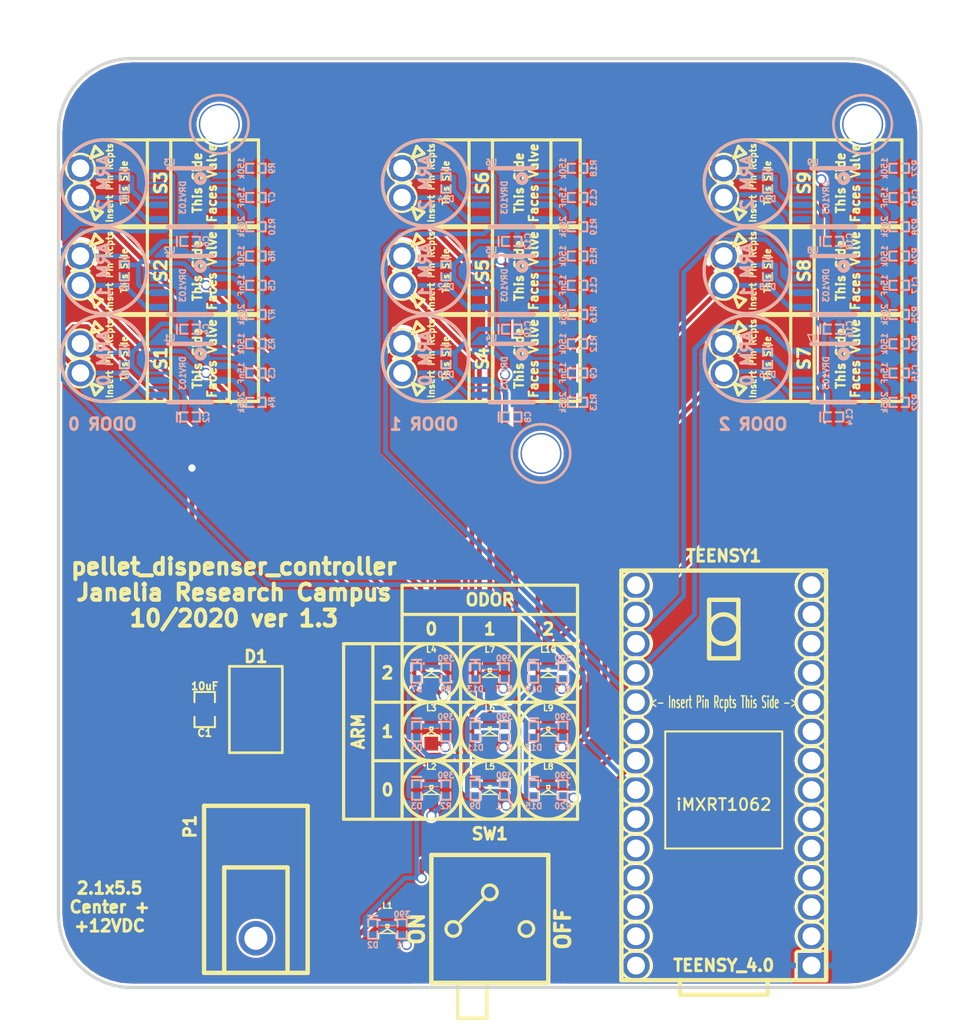
<source format=kicad_pcb>
(kicad_pcb (version 20171130) (host pcbnew 5.1.8-db9833491~87~ubuntu20.04.1)
  (title_block (title pellet_dispenser_controller) (rev 1.3) (company Janelia))
  (layers (0 F.Cu signal) (31 B.Cu signal) (34 B.Paste user) (35 F.Paste user) (36 B.SilkS user) (37 F.SilkS user) (38 B.Mask user) (39 F.Mask user) (44 Edge.Cuts user))
  (net 0 "")
  (net 1 /ARM_0_ODOR_0)
  (net 2 /ARM_0_ODOR_1)
  (net 3 /ARM_0_ODOR_2)
  (net 4 /ARM_1_ODOR_0)
  (net 5 /ARM_1_ODOR_1)
  (net 6 /ARM_1_ODOR_2)
  (net 7 /ARM_2_ODOR_0)
  (net 8 /ARM_2_ODOR_1)
  (net 9 /ARM_2_ODOR_2)
  (net 10 VAA)
  (net 11 GND)
  (net 12 VCC)
  (net 13 "Net-(C3-Pad1)")
  (net 14 "Net-(C5-Pad1)")
  (net 15 "Net-(C7-Pad1)")
  (net 16 "Net-(C9-Pad1)")
  (net 17 "Net-(C11-Pad1)")
  (net 18 "Net-(C13-Pad1)")
  (net 19 "Net-(C15-Pad1)")
  (net 20 "Net-(C17-Pad1)")
  (net 21 "Net-(C19-Pad1)")
  (net 22 /Vled)
  (net 23 "Net-(D2-Pad1)")
  (net 24 "Net-(D3-Pad1)")
  (net 25 /odor_0/SH)
  (net 26 "Net-(D5-Pad1)")
  (net 27 /odor_1/SH)
  (net 28 "Net-(D7-Pad1)")
  (net 29 /odor_2/SH)
  (net 30 "Net-(D9-Pad1)")
  (net 31 /odor_3/SH)
  (net 32 "Net-(D11-Pad1)")
  (net 33 /odor_4/SH)
  (net 34 "Net-(D13-Pad1)")
  (net 35 /odor_5/SH)
  (net 36 "Net-(D15-Pad1)")
  (net 37 /odor_6/SH)
  (net 38 "Net-(D17-Pad1)")
  (net 39 /odor_7/SH)
  (net 40 "Net-(D19-Pad1)")
  (net 41 /odor_8/SH)
  (net 42 "Net-(L1-Pad1)")
  (net 43 "Net-(L2-Pad1)")
  (net 44 "Net-(L3-Pad1)")
  (net 45 "Net-(L4-Pad1)")
  (net 46 "Net-(L5-Pad1)")
  (net 47 "Net-(L6-Pad1)")
  (net 48 "Net-(L7-Pad1)")
  (net 49 "Net-(L8-Pad1)")
  (net 50 "Net-(L9-Pad1)")
  (net 51 "Net-(L10-Pad1)")
  (net 52 "Net-(R3-Pad1)")
  (net 53 "Net-(R4-Pad1)")
  (net 54 "Net-(R6-Pad1)")
  (net 55 "Net-(R7-Pad1)")
  (net 56 "Net-(R9-Pad1)")
  (net 57 "Net-(R10-Pad1)")
  (net 58 "Net-(R12-Pad1)")
  (net 59 "Net-(R13-Pad1)")
  (net 60 "Net-(R15-Pad1)")
  (net 61 "Net-(R16-Pad1)")
  (net 62 "Net-(R18-Pad1)")
  (net 63 "Net-(R19-Pad1)")
  (net 64 "Net-(R21-Pad1)")
  (net 65 "Net-(R22-Pad1)")
  (net 66 "Net-(R24-Pad1)")
  (net 67 "Net-(R25-Pad1)")
  (net 68 "Net-(R27-Pad1)")
  (net 69 "Net-(R28-Pad1)")
  (module odor_spike_hold:LEECO_LHDB (layer F.Cu) (at 52.705 76.835 90)
    (fp_text reference S1 (at 0 6.985 90) (layer F.SilkS) (effects (font (size 1.016 1.016) (thickness 0.254))))
    (fp_text value VAL** hide)
    (fp_text user "Faces Valve" (at 0 11.43 90) (layer F.SilkS) (effects (font (size 0.762 0.762) (thickness 0.1905))))
    (fp_text user "This Side" (at 0 10.16 90) (layer F.SilkS) (effects (font (size 0.762 0.762) (thickness 0.1905))))
    (fp_text user "This Side" (at 0 3.81 90) (layer F.SilkS) (effects (font (size 0.5588 0.5588) (thickness 0.1397))))
    (fp_text user "Insert Pin Rcpts" (at 0 2.54 90) (layer F.SilkS) (effects (font (size 0.5588 0.5588) (thickness 0.1397))))
    (pad 2 thru_hole circle (at 1.27 0 90) (size 2.286 2.286) (drill 1.524) (layers *.Cu *.Mask) (net 12 VCC))
    (pad 1 thru_hole circle (at -1.27 0 90) (size 2.286 2.286) (drill 1.524) (layers *.Cu *.Mask) (net 25 /odor_0/SH))
  )
  (module odor_spike_hold:LEECO_LHDB (layer F.Cu) (at 52.705 69.215 90)
    (fp_text reference S2 (at 0 6.985 90) (layer F.SilkS) (effects (font (size 1.016 1.016) (thickness 0.254))))
    (fp_text value VAL** hide)
    (fp_text user "Faces Valve" (at 0 11.43 90) (layer F.SilkS) (effects (font (size 0.762 0.762) (thickness 0.1905))))
    (fp_text user "This Side" (at 0 10.16 90) (layer F.SilkS) (effects (font (size 0.762 0.762) (thickness 0.1905))))
    (fp_text user "This Side" (at 0 3.81 90) (layer F.SilkS) (effects (font (size 0.5588 0.5588) (thickness 0.1397))))
    (fp_text user "Insert Pin Rcpts" (at 0 2.54 90) (layer F.SilkS) (effects (font (size 0.5588 0.5588) (thickness 0.1397))))
    (pad 2 thru_hole circle (at 1.27 0 90) (size 2.286 2.286) (drill 1.524) (layers *.Cu *.Mask) (net 12 VCC))
    (pad 1 thru_hole circle (at -1.27 0 90) (size 2.286 2.286) (drill 1.524) (layers *.Cu *.Mask) (net 27 /odor_1/SH))
  )
  (module odor_spike_hold:LEECO_LHDB (layer F.Cu) (at 52.705 61.595 90)
    (fp_text reference S3 (at 0 6.985 90) (layer F.SilkS) (effects (font (size 1.016 1.016) (thickness 0.254))))
    (fp_text value VAL** hide)
    (fp_text user "Faces Valve" (at 0 11.43 90) (layer F.SilkS) (effects (font (size 0.762 0.762) (thickness 0.1905))))
    (fp_text user "This Side" (at 0 10.16 90) (layer F.SilkS) (effects (font (size 0.762 0.762) (thickness 0.1905))))
    (fp_text user "This Side" (at 0 3.81 90) (layer F.SilkS) (effects (font (size 0.5588 0.5588) (thickness 0.1397))))
    (fp_text user "Insert Pin Rcpts" (at 0 2.54 90) (layer F.SilkS) (effects (font (size 0.5588 0.5588) (thickness 0.1397))))
    (pad 2 thru_hole circle (at 1.27 0 90) (size 2.286 2.286) (drill 1.524) (layers *.Cu *.Mask) (net 12 VCC))
    (pad 1 thru_hole circle (at -1.27 0 90) (size 2.286 2.286) (drill 1.524) (layers *.Cu *.Mask) (net 29 /odor_2/SH))
  )
  (module odor_spike_hold:LEECO_LHDB (layer F.Cu) (at 80.645 76.835 90)
    (fp_text reference S4 (at 0 6.985 90) (layer F.SilkS) (effects (font (size 1.016 1.016) (thickness 0.254))))
    (fp_text value VAL** hide)
    (fp_text user "Faces Valve" (at 0 11.43 90) (layer F.SilkS) (effects (font (size 0.762 0.762) (thickness 0.1905))))
    (fp_text user "This Side" (at 0 10.16 90) (layer F.SilkS) (effects (font (size 0.762 0.762) (thickness 0.1905))))
    (fp_text user "This Side" (at 0 3.81 90) (layer F.SilkS) (effects (font (size 0.5588 0.5588) (thickness 0.1397))))
    (fp_text user "Insert Pin Rcpts" (at 0 2.54 90) (layer F.SilkS) (effects (font (size 0.5588 0.5588) (thickness 0.1397))))
    (pad 2 thru_hole circle (at 1.27 0 90) (size 2.286 2.286) (drill 1.524) (layers *.Cu *.Mask) (net 12 VCC))
    (pad 1 thru_hole circle (at -1.27 0 90) (size 2.286 2.286) (drill 1.524) (layers *.Cu *.Mask) (net 31 /odor_3/SH))
  )
  (module odor_spike_hold:LEECO_LHDB (layer F.Cu) (at 80.645 69.215 90)
    (fp_text reference S5 (at 0 6.985 90) (layer F.SilkS) (effects (font (size 1.016 1.016) (thickness 0.254))))
    (fp_text value VAL** hide)
    (fp_text user "Faces Valve" (at 0 11.43 90) (layer F.SilkS) (effects (font (size 0.762 0.762) (thickness 0.1905))))
    (fp_text user "This Side" (at 0 10.16 90) (layer F.SilkS) (effects (font (size 0.762 0.762) (thickness 0.1905))))
    (fp_text user "This Side" (at 0 3.81 90) (layer F.SilkS) (effects (font (size 0.5588 0.5588) (thickness 0.1397))))
    (fp_text user "Insert Pin Rcpts" (at 0 2.54 90) (layer F.SilkS) (effects (font (size 0.5588 0.5588) (thickness 0.1397))))
    (pad 2 thru_hole circle (at 1.27 0 90) (size 2.286 2.286) (drill 1.524) (layers *.Cu *.Mask) (net 12 VCC))
    (pad 1 thru_hole circle (at -1.27 0 90) (size 2.286 2.286) (drill 1.524) (layers *.Cu *.Mask) (net 33 /odor_4/SH))
  )
  (module odor_spike_hold:LEECO_LHDB (layer F.Cu) (at 80.645 61.595 90)
    (fp_text reference S6 (at 0 6.985 90) (layer F.SilkS) (effects (font (size 1.016 1.016) (thickness 0.254))))
    (fp_text value VAL** hide)
    (fp_text user "Faces Valve" (at 0 11.43 90) (layer F.SilkS) (effects (font (size 0.762 0.762) (thickness 0.1905))))
    (fp_text user "This Side" (at 0 10.16 90) (layer F.SilkS) (effects (font (size 0.762 0.762) (thickness 0.1905))))
    (fp_text user "This Side" (at 0 3.81 90) (layer F.SilkS) (effects (font (size 0.5588 0.5588) (thickness 0.1397))))
    (fp_text user "Insert Pin Rcpts" (at 0 2.54 90) (layer F.SilkS) (effects (font (size 0.5588 0.5588) (thickness 0.1397))))
    (pad 2 thru_hole circle (at 1.27 0 90) (size 2.286 2.286) (drill 1.524) (layers *.Cu *.Mask) (net 12 VCC))
    (pad 1 thru_hole circle (at -1.27 0 90) (size 2.286 2.286) (drill 1.524) (layers *.Cu *.Mask) (net 35 /odor_5/SH))
  )
  (module odor_spike_hold:LEECO_LHDB (layer F.Cu) (at 108.585 76.835 90)
    (fp_text reference S7 (at 0 6.985 90) (layer F.SilkS) (effects (font (size 1.016 1.016) (thickness 0.254))))
    (fp_text value VAL** hide)
    (fp_text user "Faces Valve" (at 0 11.43 90) (layer F.SilkS) (effects (font (size 0.762 0.762) (thickness 0.1905))))
    (fp_text user "This Side" (at 0 10.16 90) (layer F.SilkS) (effects (font (size 0.762 0.762) (thickness 0.1905))))
    (fp_text user "This Side" (at 0 3.81 90) (layer F.SilkS) (effects (font (size 0.5588 0.5588) (thickness 0.1397))))
    (fp_text user "Insert Pin Rcpts" (at 0 2.54 90) (layer F.SilkS) (effects (font (size 0.5588 0.5588) (thickness 0.1397))))
    (pad 2 thru_hole circle (at 1.27 0 90) (size 2.286 2.286) (drill 1.524) (layers *.Cu *.Mask) (net 12 VCC))
    (pad 1 thru_hole circle (at -1.27 0 90) (size 2.286 2.286) (drill 1.524) (layers *.Cu *.Mask) (net 37 /odor_6/SH))
  )
  (module odor_spike_hold:LEECO_LHDB (layer F.Cu) (at 108.585 69.215 90)
    (fp_text reference S8 (at 0 6.985 90) (layer F.SilkS) (effects (font (size 1.016 1.016) (thickness 0.254))))
    (fp_text value VAL** hide)
    (fp_text user "Faces Valve" (at 0 11.43 90) (layer F.SilkS) (effects (font (size 0.762 0.762) (thickness 0.1905))))
    (fp_text user "This Side" (at 0 10.16 90) (layer F.SilkS) (effects (font (size 0.762 0.762) (thickness 0.1905))))
    (fp_text user "This Side" (at 0 3.81 90) (layer F.SilkS) (effects (font (size 0.5588 0.5588) (thickness 0.1397))))
    (fp_text user "Insert Pin Rcpts" (at 0 2.54 90) (layer F.SilkS) (effects (font (size 0.5588 0.5588) (thickness 0.1397))))
    (pad 2 thru_hole circle (at 1.27 0 90) (size 2.286 2.286) (drill 1.524) (layers *.Cu *.Mask) (net 12 VCC))
    (pad 1 thru_hole circle (at -1.27 0 90) (size 2.286 2.286) (drill 1.524) (layers *.Cu *.Mask) (net 39 /odor_7/SH))
  )
  (module odor_spike_hold:LEECO_LHDB (layer F.Cu) (at 108.585 61.595 90)
    (fp_text reference S9 (at 0 6.985 90) (layer F.SilkS) (effects (font (size 1.016 1.016) (thickness 0.254))))
    (fp_text value VAL** hide)
    (fp_text user "Faces Valve" (at 0 11.43 90) (layer F.SilkS) (effects (font (size 0.762 0.762) (thickness 0.1905))))
    (fp_text user "This Side" (at 0 10.16 90) (layer F.SilkS) (effects (font (size 0.762 0.762) (thickness 0.1905))))
    (fp_text user "This Side" (at 0 3.81 90) (layer F.SilkS) (effects (font (size 0.5588 0.5588) (thickness 0.1397))))
    (fp_text user "Insert Pin Rcpts" (at 0 2.54 90) (layer F.SilkS) (effects (font (size 0.5588 0.5588) (thickness 0.1397))))
    (pad 2 thru_hole circle (at 1.27 0 90) (size 2.286 2.286) (drill 1.524) (layers *.Cu *.Mask) (net 12 VCC))
    (pad 1 thru_hole circle (at -1.27 0 90) (size 2.286 2.286) (drill 1.524) (layers *.Cu *.Mask) (net 41 /odor_8/SH))
  )
  (module pellet_dispenser_controller:TEENSY_4.0 (layer F.Cu) (at 108.585 113.03 180)
    (fp_text reference TEENSY1 (at 0 19.05) (layer F.SilkS) (effects (font (size 1.016 1.016) (thickness 0.254))))
    (fp_text value TEENSY_4.0 (at 0 -16.5) (layer F.SilkS) (effects (font (size 1.016 1.016) (thickness 0.254))))
    (fp_text user "<- Insert Pin Rcpts This Side ->" (at 0 6.35) (layer F.SilkS) (effects (font (size 1.016 0.4826) (thickness 0.12065))))
    (fp_text user iMXRT1062 (at 0 -2.54) (layer F.SilkS) (effects (font (size 1.016 1.016) (thickness 0.1778))))
    (pad V_IN thru_hole oval (at 7.62 -16.51 180) (size 2.54 2.1844) (drill 1.5494) (layers *.Cu *.Mask))
    (pad "" thru_hole oval (at 7.62 -13.97 180) (size 2.54 2.1844) (drill 1.5494) (layers *.Cu *.Mask))
    (pad 3V3 thru_hole oval (at 7.62 -11.43 180) (size 2.54 2.1844) (drill 1.5494) (layers *.Cu *.Mask))
    (pad 23 thru_hole oval (at 7.62 -8.89 180) (size 2.54 2.1844) (drill 1.5494) (layers *.Cu *.Mask))
    (pad 22 thru_hole oval (at 7.62 -6.35 180) (size 2.54 2.1844) (drill 1.5494) (layers *.Cu *.Mask) (net 1 /ARM_0_ODOR_0))
    (pad 21 thru_hole oval (at 7.62 -3.81 180) (size 2.54 2.1844) (drill 1.5494) (layers *.Cu *.Mask) (net 2 /ARM_0_ODOR_1))
    (pad 20 thru_hole oval (at 7.62 -1.27 180) (size 2.54 2.1844) (drill 1.5494) (layers *.Cu *.Mask) (net 3 /ARM_0_ODOR_2))
    (pad 19 thru_hole oval (at 7.62 1.27 180) (size 2.54 2.1844) (drill 1.5494) (layers *.Cu *.Mask) (net 4 /ARM_1_ODOR_0))
    (pad 18 thru_hole oval (at 7.62 3.81 180) (size 2.54 2.1844) (drill 1.5494) (layers *.Cu *.Mask) (net 5 /ARM_1_ODOR_1))
    (pad 17 thru_hole oval (at 7.62 6.35 180) (size 2.54 2.1844) (drill 1.5494) (layers *.Cu *.Mask) (net 6 /ARM_1_ODOR_2))
    (pad 16 thru_hole oval (at 7.62 8.89 180) (size 2.54 2.1844) (drill 1.5494) (layers *.Cu *.Mask) (net 7 /ARM_2_ODOR_0))
    (pad 15 thru_hole oval (at 7.62 11.43 180) (size 2.54 2.1844) (drill 1.5494) (layers *.Cu *.Mask) (net 8 /ARM_2_ODOR_1))
    (pad 14 thru_hole oval (at 7.62 13.97 180) (size 2.54 2.1844) (drill 1.5494) (layers *.Cu *.Mask) (net 9 /ARM_2_ODOR_2))
    (pad 13 thru_hole oval (at 7.62 16.51 180) (size 2.54 2.1844) (drill 1.5494) (layers *.Cu *.Mask))
    (pad 12 thru_hole oval (at -7.62 16.51 180) (size 2.54 2.1844) (drill 1.5494) (layers *.Cu *.Mask))
    (pad 11 thru_hole oval (at -7.62 13.97 180) (size 2.54 2.1844) (drill 1.5494) (layers *.Cu *.Mask))
    (pad 10 thru_hole oval (at -7.62 11.43 180) (size 2.54 2.1844) (drill 1.5494) (layers *.Cu *.Mask))
    (pad 9 thru_hole oval (at -7.62 8.89 180) (size 2.54 2.1844) (drill 1.5494) (layers *.Cu *.Mask))
    (pad 8 thru_hole oval (at -7.62 6.35 180) (size 2.54 2.1844) (drill 1.5494) (layers *.Cu *.Mask))
    (pad 7 thru_hole oval (at -7.62 3.81 180) (size 2.54 2.1844) (drill 1.5494) (layers *.Cu *.Mask))
    (pad 6 thru_hole oval (at -7.62 1.27 180) (size 2.54 2.1844) (drill 1.5494) (layers *.Cu *.Mask))
    (pad 5 thru_hole oval (at -7.62 -1.27 180) (size 2.54 2.1844) (drill 1.5494) (layers *.Cu *.Mask))
    (pad 4 thru_hole oval (at -7.62 -3.81 180) (size 2.54 2.1844) (drill 1.5494) (layers *.Cu *.Mask))
    (pad 3 thru_hole oval (at -7.62 -6.35 180) (size 2.54 2.1844) (drill 1.5494) (layers *.Cu *.Mask))
    (pad 2 thru_hole oval (at -7.62 -8.89 180) (size 2.54 2.1844) (drill 1.5494) (layers *.Cu *.Mask))
    (pad 1 thru_hole oval (at -7.62 -11.43 180) (size 2.54 2.1844) (drill 1.5494) (layers *.Cu *.Mask))
    (pad 0 thru_hole oval (at -7.62 -13.97 180) (size 2.54 2.1844) (drill 1.5494) (layers *.Cu *.Mask))
    (pad GND thru_hole rect (at -7.62 -16.51 180) (size 2.54 2.1844) (drill 1.5494) (layers *.Cu *.Mask) (net 11 GND))
  )
  (module pellet_dispenser_controller:SPDT_SLIDE_500A_SM (layer F.Cu) (at 88.265 129.54)
    (fp_text reference SW1 (at 0 -11.43 180) (layer F.SilkS) (effects (font (size 1.016 1.016) (thickness 0.254))))
    (fp_text value SPDT_SLIDE_500A_SM)
    (fp_text user ON (at -6.35 -3.175 90) (layer F.SilkS) (effects (font (size 1.27 1.27) (thickness 0.3175))))
    (fp_text user OFF (at 6.35 -3.175 90) (layer F.SilkS) (effects (font (size 1.27 1.27) (thickness 0.3175))))
    (pad 1 smd rect (at -3.685 -9.07) (size 3.81 2.03) (layers F.Cu F.Paste F.Mask) (net 22 /Vled))
    (pad 3 smd rect (at 3.685 -9.07) (size 3.81 2.03) (layers F.Cu F.Paste F.Mask))
    (pad 2 smd rect (at 0 -9.07) (size 1.02 2.29) (layers F.Cu F.Paste F.Mask) (net 12 VCC))
    (pad "" smd rect (at 5 0) (size 2.999999 2.5) (layers F.Cu F.Paste F.Mask))
    (pad "" smd rect (at -5 0) (size 2.999999 2.5) (layers F.Cu F.Paste F.Mask))
  )
  (module pellet_dispenser_controller:DCJACK_3PAD_SMD_RA (layer F.Cu) (at 67.945 130.175 180)
    (fp_text reference P1 (at 5.715 12.7 270) (layer F.SilkS) (effects (font (size 1.016 1.016) (thickness 0.254))))
    (fp_text value PWR_JACK_2.1x5.5_SMD_RA)
    (pad "" thru_hole circle (at 0 3 90) (size 3 3) (drill 2) (layers *.Cu *.Mask))
    (pad 3 smd rect (at -6.45 6.8 90) (size 6.2 3.9) (layers F.Cu F.Paste F.Mask))
    (pad 2 smd rect (at 6.45 6.8 90) (size 6.2 3.9) (layers F.Cu F.Paste F.Mask) (net 11 GND))
    (pad 1 smd rect (at -0.65 15.75 90) (size 4.4 3.3) (layers F.Cu F.Paste F.Mask) (net 10 VAA))
  )
  (module odor_spike_hold:LED0805 (layer F.Cu) (at 83.185 114.3)
    (fp_text reference L2 (at 0 -2.032 180) (layer F.SilkS) (effects (font (size 0.508 0.508) (thickness 0.127))))
    (fp_text value LED_GRN hide)
    (pad 2 smd rect (at 0 -1.0541 90) (size 1.1938 1.1938) (layers F.Cu F.Paste F.Mask) (net 25 /odor_0/SH))
    (pad 1 smd rect (at 0 1.0541 90) (size 1.1938 1.1938) (layers F.Cu F.Paste F.Mask) (net 43 "Net-(L2-Pad1)"))
  )
  (module odor_spike_hold:LED0805 (layer F.Cu) (at 83.185 109.22)
    (fp_text reference L3 (at 0 -2.032 180) (layer F.SilkS) (effects (font (size 0.508 0.508) (thickness 0.127))))
    (fp_text value LED_GRN hide)
    (pad 2 smd rect (at 0 -1.0541 90) (size 1.1938 1.1938) (layers F.Cu F.Paste F.Mask) (net 27 /odor_1/SH))
    (pad 1 smd rect (at 0 1.0541 90) (size 1.1938 1.1938) (layers F.Cu F.Paste F.Mask) (net 44 "Net-(L3-Pad1)"))
  )
  (module odor_spike_hold:LED0805 (layer F.Cu) (at 83.185 104.14)
    (fp_text reference L4 (at 0 -2.032 180) (layer F.SilkS) (effects (font (size 0.508 0.508) (thickness 0.127))))
    (fp_text value LED_GRN hide)
    (pad 2 smd rect (at 0 -1.0541 90) (size 1.1938 1.1938) (layers F.Cu F.Paste F.Mask) (net 29 /odor_2/SH))
    (pad 1 smd rect (at 0 1.0541 90) (size 1.1938 1.1938) (layers F.Cu F.Paste F.Mask) (net 45 "Net-(L4-Pad1)"))
  )
  (module odor_spike_hold:LED0805 (layer F.Cu) (at 88.265 114.3)
    (fp_text reference L5 (at 0 -2.032 180) (layer F.SilkS) (effects (font (size 0.508 0.508) (thickness 0.127))))
    (fp_text value LED_GRN hide)
    (pad 2 smd rect (at 0 -1.0541 90) (size 1.1938 1.1938) (layers F.Cu F.Paste F.Mask) (net 31 /odor_3/SH))
    (pad 1 smd rect (at 0 1.0541 90) (size 1.1938 1.1938) (layers F.Cu F.Paste F.Mask) (net 46 "Net-(L5-Pad1)"))
  )
  (module odor_spike_hold:LED0805 (layer F.Cu) (at 88.265 109.22)
    (fp_text reference L6 (at 0 -2.032 180) (layer F.SilkS) (effects (font (size 0.508 0.508) (thickness 0.127))))
    (fp_text value LED_GRN hide)
    (pad 2 smd rect (at 0 -1.0541 90) (size 1.1938 1.1938) (layers F.Cu F.Paste F.Mask) (net 33 /odor_4/SH))
    (pad 1 smd rect (at 0 1.0541 90) (size 1.1938 1.1938) (layers F.Cu F.Paste F.Mask) (net 47 "Net-(L6-Pad1)"))
  )
  (module odor_spike_hold:LED0805 (layer F.Cu) (at 88.265 104.14)
    (fp_text reference L7 (at 0 -2.032 180) (layer F.SilkS) (effects (font (size 0.508 0.508) (thickness 0.127))))
    (fp_text value LED_GRN hide)
    (pad 2 smd rect (at 0 -1.0541 90) (size 1.1938 1.1938) (layers F.Cu F.Paste F.Mask) (net 35 /odor_5/SH))
    (pad 1 smd rect (at 0 1.0541 90) (size 1.1938 1.1938) (layers F.Cu F.Paste F.Mask) (net 48 "Net-(L7-Pad1)"))
  )
  (module odor_spike_hold:LED0805 (layer F.Cu) (at 93.345 114.3)
    (fp_text reference L8 (at 0 -2.032 180) (layer F.SilkS) (effects (font (size 0.508 0.508) (thickness 0.127))))
    (fp_text value LED_GRN hide)
    (pad 2 smd rect (at 0 -1.0541 90) (size 1.1938 1.1938) (layers F.Cu F.Paste F.Mask) (net 37 /odor_6/SH))
    (pad 1 smd rect (at 0 1.0541 90) (size 1.1938 1.1938) (layers F.Cu F.Paste F.Mask) (net 49 "Net-(L8-Pad1)"))
  )
  (module odor_spike_hold:LED0805 (layer F.Cu) (at 93.345 109.22)
    (fp_text reference L9 (at 0 -2.032 180) (layer F.SilkS) (effects (font (size 0.508 0.508) (thickness 0.127))))
    (fp_text value LED_GRN hide)
    (pad 2 smd rect (at 0 -1.0541 90) (size 1.1938 1.1938) (layers F.Cu F.Paste F.Mask) (net 39 /odor_7/SH))
    (pad 1 smd rect (at 0 1.0541 90) (size 1.1938 1.1938) (layers F.Cu F.Paste F.Mask) (net 50 "Net-(L9-Pad1)"))
  )
  (module odor_spike_hold:LED0805 (layer F.Cu) (at 93.345 104.14)
    (fp_text reference L10 (at 0 -2.032 180) (layer F.SilkS) (effects (font (size 0.508 0.508) (thickness 0.127))))
    (fp_text value LED_GRN hide)
    (pad 2 smd rect (at 0 -1.0541 90) (size 1.1938 1.1938) (layers F.Cu F.Paste F.Mask) (net 41 /odor_8/SH))
    (pad 1 smd rect (at 0 1.0541 90) (size 1.1938 1.1938) (layers F.Cu F.Paste F.Mask) (net 51 "Net-(L10-Pad1)"))
  )
  (module odor_spike_hold:SOIC_8 (layer B.Cu) (at 62.23 78.105 180)
    (fp_text reference U1 (at 1.778 3.048) (layer B.SilkS) (effects (font (size 0.508 0.508) (thickness 0.127)) (justify mirror)))
    (fp_text value DRV103 (at 0.635 0 90) (layer B.SilkS) (effects (font (size 0.508 0.508) (thickness 0.127)) (justify mirror)))
    (pad 8 smd rect (at 2.6924 1.905 270) (size 0.59944 1.5494) (layers B.Cu B.Paste B.Mask) (net 1 /ARM_0_ODOR_0))
    (pad 7 smd rect (at 2.6924 0.635 270) (size 0.59944 1.5494) (layers B.Cu B.Paste B.Mask))
    (pad 6 smd rect (at 2.6924 -0.635 270) (size 0.59944 1.5494) (layers B.Cu B.Paste B.Mask) (net 12 VCC))
    (pad 5 smd rect (at 2.6924 -1.905 270) (size 0.59944 1.5494) (layers B.Cu B.Paste B.Mask) (net 25 /odor_0/SH))
    (pad 4 smd rect (at -2.6924 -1.905 270) (size 0.59944 1.5494) (layers B.Cu B.Paste B.Mask) (net 11 GND))
    (pad 3 smd rect (at -2.6924 -0.635 270) (size 0.59944 1.5494) (layers B.Cu B.Paste B.Mask) (net 53 "Net-(R4-Pad1)"))
    (pad 2 smd rect (at -2.6924 0.635 270) (size 0.59944 1.5494) (layers B.Cu B.Paste B.Mask) (net 13 "Net-(C3-Pad1)"))
    (pad 1 smd rect (at -2.6924 1.905 270) (size 0.59944 1.5494) (layers B.Cu B.Paste B.Mask) (net 52 "Net-(R3-Pad1)"))
  )
  (module odor_spike_hold:SOIC_8 (layer B.Cu) (at 62.23 70.485 180)
    (fp_text reference U2 (at 1.778 3.048) (layer B.SilkS) (effects (font (size 0.508 0.508) (thickness 0.127)) (justify mirror)))
    (fp_text value DRV103 (at 0.635 0 90) (layer B.SilkS) (effects (font (size 0.508 0.508) (thickness 0.127)) (justify mirror)))
    (pad 8 smd rect (at 2.6924 1.905 270) (size 0.59944 1.5494) (layers B.Cu B.Paste B.Mask) (net 2 /ARM_0_ODOR_1))
    (pad 7 smd rect (at 2.6924 0.635 270) (size 0.59944 1.5494) (layers B.Cu B.Paste B.Mask))
    (pad 6 smd rect (at 2.6924 -0.635 270) (size 0.59944 1.5494) (layers B.Cu B.Paste B.Mask) (net 12 VCC))
    (pad 5 smd rect (at 2.6924 -1.905 270) (size 0.59944 1.5494) (layers B.Cu B.Paste B.Mask) (net 27 /odor_1/SH))
    (pad 4 smd rect (at -2.6924 -1.905 270) (size 0.59944 1.5494) (layers B.Cu B.Paste B.Mask) (net 11 GND))
    (pad 3 smd rect (at -2.6924 -0.635 270) (size 0.59944 1.5494) (layers B.Cu B.Paste B.Mask) (net 55 "Net-(R7-Pad1)"))
    (pad 2 smd rect (at -2.6924 0.635 270) (size 0.59944 1.5494) (layers B.Cu B.Paste B.Mask) (net 14 "Net-(C5-Pad1)"))
    (pad 1 smd rect (at -2.6924 1.905 270) (size 0.59944 1.5494) (layers B.Cu B.Paste B.Mask) (net 54 "Net-(R6-Pad1)"))
  )
  (module odor_spike_hold:SOIC_8 (layer B.Cu) (at 62.23 62.865 180)
    (fp_text reference U3 (at 1.778 3.048) (layer B.SilkS) (effects (font (size 0.508 0.508) (thickness 0.127)) (justify mirror)))
    (fp_text value DRV103 (at 0.635 0 90) (layer B.SilkS) (effects (font (size 0.508 0.508) (thickness 0.127)) (justify mirror)))
    (pad 8 smd rect (at 2.6924 1.905 270) (size 0.59944 1.5494) (layers B.Cu B.Paste B.Mask) (net 3 /ARM_0_ODOR_2))
    (pad 7 smd rect (at 2.6924 0.635 270) (size 0.59944 1.5494) (layers B.Cu B.Paste B.Mask))
    (pad 6 smd rect (at 2.6924 -0.635 270) (size 0.59944 1.5494) (layers B.Cu B.Paste B.Mask) (net 12 VCC))
    (pad 5 smd rect (at 2.6924 -1.905 270) (size 0.59944 1.5494) (layers B.Cu B.Paste B.Mask) (net 29 /odor_2/SH))
    (pad 4 smd rect (at -2.6924 -1.905 270) (size 0.59944 1.5494) (layers B.Cu B.Paste B.Mask) (net 11 GND))
    (pad 3 smd rect (at -2.6924 -0.635 270) (size 0.59944 1.5494) (layers B.Cu B.Paste B.Mask) (net 57 "Net-(R10-Pad1)"))
    (pad 2 smd rect (at -2.6924 0.635 270) (size 0.59944 1.5494) (layers B.Cu B.Paste B.Mask) (net 15 "Net-(C7-Pad1)"))
    (pad 1 smd rect (at -2.6924 1.905 270) (size 0.59944 1.5494) (layers B.Cu B.Paste B.Mask) (net 56 "Net-(R9-Pad1)"))
  )
  (module odor_spike_hold:SOIC_8 (layer B.Cu) (at 90.17 78.105 180)
    (fp_text reference U4 (at 1.778 3.048) (layer B.SilkS) (effects (font (size 0.508 0.508) (thickness 0.127)) (justify mirror)))
    (fp_text value DRV103 (at 0.635 0 90) (layer B.SilkS) (effects (font (size 0.508 0.508) (thickness 0.127)) (justify mirror)))
    (pad 8 smd rect (at 2.6924 1.905 270) (size 0.59944 1.5494) (layers B.Cu B.Paste B.Mask) (net 4 /ARM_1_ODOR_0))
    (pad 7 smd rect (at 2.6924 0.635 270) (size 0.59944 1.5494) (layers B.Cu B.Paste B.Mask))
    (pad 6 smd rect (at 2.6924 -0.635 270) (size 0.59944 1.5494) (layers B.Cu B.Paste B.Mask) (net 12 VCC))
    (pad 5 smd rect (at 2.6924 -1.905 270) (size 0.59944 1.5494) (layers B.Cu B.Paste B.Mask) (net 31 /odor_3/SH))
    (pad 4 smd rect (at -2.6924 -1.905 270) (size 0.59944 1.5494) (layers B.Cu B.Paste B.Mask) (net 11 GND))
    (pad 3 smd rect (at -2.6924 -0.635 270) (size 0.59944 1.5494) (layers B.Cu B.Paste B.Mask) (net 59 "Net-(R13-Pad1)"))
    (pad 2 smd rect (at -2.6924 0.635 270) (size 0.59944 1.5494) (layers B.Cu B.Paste B.Mask) (net 16 "Net-(C9-Pad1)"))
    (pad 1 smd rect (at -2.6924 1.905 270) (size 0.59944 1.5494) (layers B.Cu B.Paste B.Mask) (net 58 "Net-(R12-Pad1)"))
  )
  (module odor_spike_hold:SOIC_8 (layer B.Cu) (at 90.17 70.485 180)
    (fp_text reference U5 (at 1.778 3.048) (layer B.SilkS) (effects (font (size 0.508 0.508) (thickness 0.127)) (justify mirror)))
    (fp_text value DRV103 (at 0.635 0 90) (layer B.SilkS) (effects (font (size 0.508 0.508) (thickness 0.127)) (justify mirror)))
    (pad 8 smd rect (at 2.6924 1.905 270) (size 0.59944 1.5494) (layers B.Cu B.Paste B.Mask) (net 5 /ARM_1_ODOR_1))
    (pad 7 smd rect (at 2.6924 0.635 270) (size 0.59944 1.5494) (layers B.Cu B.Paste B.Mask))
    (pad 6 smd rect (at 2.6924 -0.635 270) (size 0.59944 1.5494) (layers B.Cu B.Paste B.Mask) (net 12 VCC))
    (pad 5 smd rect (at 2.6924 -1.905 270) (size 0.59944 1.5494) (layers B.Cu B.Paste B.Mask) (net 33 /odor_4/SH))
    (pad 4 smd rect (at -2.6924 -1.905 270) (size 0.59944 1.5494) (layers B.Cu B.Paste B.Mask) (net 11 GND))
    (pad 3 smd rect (at -2.6924 -0.635 270) (size 0.59944 1.5494) (layers B.Cu B.Paste B.Mask) (net 61 "Net-(R16-Pad1)"))
    (pad 2 smd rect (at -2.6924 0.635 270) (size 0.59944 1.5494) (layers B.Cu B.Paste B.Mask) (net 17 "Net-(C11-Pad1)"))
    (pad 1 smd rect (at -2.6924 1.905 270) (size 0.59944 1.5494) (layers B.Cu B.Paste B.Mask) (net 60 "Net-(R15-Pad1)"))
  )
  (module odor_spike_hold:SOIC_8 (layer B.Cu) (at 90.17 62.865 180)
    (fp_text reference U6 (at 1.778 3.048) (layer B.SilkS) (effects (font (size 0.508 0.508) (thickness 0.127)) (justify mirror)))
    (fp_text value DRV103 (at 0.635 0 90) (layer B.SilkS) (effects (font (size 0.508 0.508) (thickness 0.127)) (justify mirror)))
    (pad 8 smd rect (at 2.6924 1.905 270) (size 0.59944 1.5494) (layers B.Cu B.Paste B.Mask) (net 6 /ARM_1_ODOR_2))
    (pad 7 smd rect (at 2.6924 0.635 270) (size 0.59944 1.5494) (layers B.Cu B.Paste B.Mask))
    (pad 6 smd rect (at 2.6924 -0.635 270) (size 0.59944 1.5494) (layers B.Cu B.Paste B.Mask) (net 12 VCC))
    (pad 5 smd rect (at 2.6924 -1.905 270) (size 0.59944 1.5494) (layers B.Cu B.Paste B.Mask) (net 35 /odor_5/SH))
    (pad 4 smd rect (at -2.6924 -1.905 270) (size 0.59944 1.5494) (layers B.Cu B.Paste B.Mask) (net 11 GND))
    (pad 3 smd rect (at -2.6924 -0.635 270) (size 0.59944 1.5494) (layers B.Cu B.Paste B.Mask) (net 63 "Net-(R19-Pad1)"))
    (pad 2 smd rect (at -2.6924 0.635 270) (size 0.59944 1.5494) (layers B.Cu B.Paste B.Mask) (net 18 "Net-(C13-Pad1)"))
    (pad 1 smd rect (at -2.6924 1.905 270) (size 0.59944 1.5494) (layers B.Cu B.Paste B.Mask) (net 62 "Net-(R18-Pad1)"))
  )
  (module odor_spike_hold:SOIC_8 (layer B.Cu) (at 118.11 78.105 180)
    (fp_text reference U7 (at 1.778 3.048) (layer B.SilkS) (effects (font (size 0.508 0.508) (thickness 0.127)) (justify mirror)))
    (fp_text value DRV103 (at 0.635 0 90) (layer B.SilkS) (effects (font (size 0.508 0.508) (thickness 0.127)) (justify mirror)))
    (pad 8 smd rect (at 2.6924 1.905 270) (size 0.59944 1.5494) (layers B.Cu B.Paste B.Mask) (net 7 /ARM_2_ODOR_0))
    (pad 7 smd rect (at 2.6924 0.635 270) (size 0.59944 1.5494) (layers B.Cu B.Paste B.Mask))
    (pad 6 smd rect (at 2.6924 -0.635 270) (size 0.59944 1.5494) (layers B.Cu B.Paste B.Mask) (net 12 VCC))
    (pad 5 smd rect (at 2.6924 -1.905 270) (size 0.59944 1.5494) (layers B.Cu B.Paste B.Mask) (net 37 /odor_6/SH))
    (pad 4 smd rect (at -2.6924 -1.905 270) (size 0.59944 1.5494) (layers B.Cu B.Paste B.Mask) (net 11 GND))
    (pad 3 smd rect (at -2.6924 -0.635 270) (size 0.59944 1.5494) (layers B.Cu B.Paste B.Mask) (net 65 "Net-(R22-Pad1)"))
    (pad 2 smd rect (at -2.6924 0.635 270) (size 0.59944 1.5494) (layers B.Cu B.Paste B.Mask) (net 19 "Net-(C15-Pad1)"))
    (pad 1 smd rect (at -2.6924 1.905 270) (size 0.59944 1.5494) (layers B.Cu B.Paste B.Mask) (net 64 "Net-(R21-Pad1)"))
  )
  (module odor_spike_hold:SOIC_8 (layer B.Cu) (at 118.11 70.485 180)
    (fp_text reference U8 (at 1.778 3.048) (layer B.SilkS) (effects (font (size 0.508 0.508) (thickness 0.127)) (justify mirror)))
    (fp_text value DRV103 (at 0.635 0 90) (layer B.SilkS) (effects (font (size 0.508 0.508) (thickness 0.127)) (justify mirror)))
    (pad 8 smd rect (at 2.6924 1.905 270) (size 0.59944 1.5494) (layers B.Cu B.Paste B.Mask) (net 8 /ARM_2_ODOR_1))
    (pad 7 smd rect (at 2.6924 0.635 270) (size 0.59944 1.5494) (layers B.Cu B.Paste B.Mask))
    (pad 6 smd rect (at 2.6924 -0.635 270) (size 0.59944 1.5494) (layers B.Cu B.Paste B.Mask) (net 12 VCC))
    (pad 5 smd rect (at 2.6924 -1.905 270) (size 0.59944 1.5494) (layers B.Cu B.Paste B.Mask) (net 39 /odor_7/SH))
    (pad 4 smd rect (at -2.6924 -1.905 270) (size 0.59944 1.5494) (layers B.Cu B.Paste B.Mask) (net 11 GND))
    (pad 3 smd rect (at -2.6924 -0.635 270) (size 0.59944 1.5494) (layers B.Cu B.Paste B.Mask) (net 67 "Net-(R25-Pad1)"))
    (pad 2 smd rect (at -2.6924 0.635 270) (size 0.59944 1.5494) (layers B.Cu B.Paste B.Mask) (net 20 "Net-(C17-Pad1)"))
    (pad 1 smd rect (at -2.6924 1.905 270) (size 0.59944 1.5494) (layers B.Cu B.Paste B.Mask) (net 66 "Net-(R24-Pad1)"))
  )
  (module odor_spike_hold:SOIC_8 (layer B.Cu) (at 118.11 62.865 180)
    (fp_text reference U9 (at 1.778 3.048) (layer B.SilkS) (effects (font (size 0.508 0.508) (thickness 0.127)) (justify mirror)))
    (fp_text value DRV103 (at 0.635 0 90) (layer B.SilkS) (effects (font (size 0.508 0.508) (thickness 0.127)) (justify mirror)))
    (pad 8 smd rect (at 2.6924 1.905 270) (size 0.59944 1.5494) (layers B.Cu B.Paste B.Mask) (net 9 /ARM_2_ODOR_2))
    (pad 7 smd rect (at 2.6924 0.635 270) (size 0.59944 1.5494) (layers B.Cu B.Paste B.Mask))
    (pad 6 smd rect (at 2.6924 -0.635 270) (size 0.59944 1.5494) (layers B.Cu B.Paste B.Mask) (net 12 VCC))
    (pad 5 smd rect (at 2.6924 -1.905 270) (size 0.59944 1.5494) (layers B.Cu B.Paste B.Mask) (net 41 /odor_8/SH))
    (pad 4 smd rect (at -2.6924 -1.905 270) (size 0.59944 1.5494) (layers B.Cu B.Paste B.Mask) (net 11 GND))
    (pad 3 smd rect (at -2.6924 -0.635 270) (size 0.59944 1.5494) (layers B.Cu B.Paste B.Mask) (net 69 "Net-(R28-Pad1)"))
    (pad 2 smd rect (at -2.6924 0.635 270) (size 0.59944 1.5494) (layers B.Cu B.Paste B.Mask) (net 21 "Net-(C19-Pad1)"))
    (pad 1 smd rect (at -2.6924 1.905 270) (size 0.59944 1.5494) (layers B.Cu B.Paste B.Mask) (net 68 "Net-(R27-Pad1)"))
  )
  (module odor_spike_hold:SM0402_POL (layer B.Cu) (at 81.915 114.3 180)
    (fp_text reference D3 (at 0 -1.397 180) (layer B.SilkS) (effects (font (size 0.508 0.508) (thickness 0.127)) (justify mirror)))
    (fp_text value DIODE_LOW_REV_CURRENT_0402)
    (pad 2 smd rect (at 0 -0.5 270) (size 0.6 0.7) (layers B.Cu B.Paste B.Mask) (net 22 /Vled))
    (pad 1 smd rect (at 0 0.5 270) (size 0.6 0.7) (layers B.Cu B.Paste B.Mask) (net 24 "Net-(D3-Pad1)"))
  )
  (module odor_spike_hold:SM0402_POL (layer B.Cu) (at 56.515 76.835 180)
    (fp_text reference D4 (at 0 -1.397 180) (layer B.SilkS) (effects (font (size 0.508 0.508) (thickness 0.127)) (justify mirror)))
    (fp_text value DIODE_SCHOTTKY_0402)
    (pad 2 smd rect (at 0 -0.5 270) (size 0.6 0.7) (layers B.Cu B.Paste B.Mask) (net 25 /odor_0/SH))
    (pad 1 smd rect (at 0 0.5 270) (size 0.6 0.7) (layers B.Cu B.Paste B.Mask) (net 12 VCC))
  )
  (module odor_spike_hold:SM0402_POL (layer B.Cu) (at 81.915 109.22 180)
    (fp_text reference D5 (at 0 -1.397 180) (layer B.SilkS) (effects (font (size 0.508 0.508) (thickness 0.127)) (justify mirror)))
    (fp_text value DIODE_LOW_REV_CURRENT_0402)
    (pad 2 smd rect (at 0 -0.5 270) (size 0.6 0.7) (layers B.Cu B.Paste B.Mask) (net 22 /Vled))
    (pad 1 smd rect (at 0 0.5 270) (size 0.6 0.7) (layers B.Cu B.Paste B.Mask) (net 26 "Net-(D5-Pad1)"))
  )
  (module odor_spike_hold:SM0402_POL (layer B.Cu) (at 56.515 69.215 180)
    (fp_text reference D6 (at 0 -1.397 180) (layer B.SilkS) (effects (font (size 0.508 0.508) (thickness 0.127)) (justify mirror)))
    (fp_text value DIODE_SCHOTTKY_0402)
    (pad 2 smd rect (at 0 -0.5 270) (size 0.6 0.7) (layers B.Cu B.Paste B.Mask) (net 27 /odor_1/SH))
    (pad 1 smd rect (at 0 0.5 270) (size 0.6 0.7) (layers B.Cu B.Paste B.Mask) (net 12 VCC))
  )
  (module odor_spike_hold:SM0402_POL (layer B.Cu) (at 81.915 104.14 180)
    (fp_text reference D7 (at 0 -1.397 180) (layer B.SilkS) (effects (font (size 0.508 0.508) (thickness 0.127)) (justify mirror)))
    (fp_text value DIODE_LOW_REV_CURRENT_0402)
    (pad 2 smd rect (at 0 -0.5 270) (size 0.6 0.7) (layers B.Cu B.Paste B.Mask) (net 22 /Vled))
    (pad 1 smd rect (at 0 0.5 270) (size 0.6 0.7) (layers B.Cu B.Paste B.Mask) (net 28 "Net-(D7-Pad1)"))
  )
  (module odor_spike_hold:SM0402_POL (layer B.Cu) (at 56.515 61.595 180)
    (fp_text reference D8 (at 0 -1.397 180) (layer B.SilkS) (effects (font (size 0.508 0.508) (thickness 0.127)) (justify mirror)))
    (fp_text value DIODE_SCHOTTKY_0402)
    (pad 2 smd rect (at 0 -0.5 270) (size 0.6 0.7) (layers B.Cu B.Paste B.Mask) (net 29 /odor_2/SH))
    (pad 1 smd rect (at 0 0.5 270) (size 0.6 0.7) (layers B.Cu B.Paste B.Mask) (net 12 VCC))
  )
  (module odor_spike_hold:SM0402_POL (layer B.Cu) (at 86.995 114.3 180)
    (fp_text reference D9 (at 0 -1.397 180) (layer B.SilkS) (effects (font (size 0.508 0.508) (thickness 0.127)) (justify mirror)))
    (fp_text value DIODE_LOW_REV_CURRENT_0402)
    (pad 2 smd rect (at 0 -0.5 270) (size 0.6 0.7) (layers B.Cu B.Paste B.Mask) (net 22 /Vled))
    (pad 1 smd rect (at 0 0.5 270) (size 0.6 0.7) (layers B.Cu B.Paste B.Mask) (net 30 "Net-(D9-Pad1)"))
  )
  (module odor_spike_hold:SM0402_POL (layer B.Cu) (at 84.455 76.835 180)
    (fp_text reference D10 (at 0 -1.397 180) (layer B.SilkS) (effects (font (size 0.508 0.508) (thickness 0.127)) (justify mirror)))
    (fp_text value DIODE_SCHOTTKY_0402)
    (pad 2 smd rect (at 0 -0.5 270) (size 0.6 0.7) (layers B.Cu B.Paste B.Mask) (net 31 /odor_3/SH))
    (pad 1 smd rect (at 0 0.5 270) (size 0.6 0.7) (layers B.Cu B.Paste B.Mask) (net 12 VCC))
  )
  (module odor_spike_hold:SM0402_POL (layer B.Cu) (at 86.995 109.22 180)
    (fp_text reference D11 (at 0 -1.397 180) (layer B.SilkS) (effects (font (size 0.508 0.508) (thickness 0.127)) (justify mirror)))
    (fp_text value DIODE_LOW_REV_CURRENT_0402)
    (pad 2 smd rect (at 0 -0.5 270) (size 0.6 0.7) (layers B.Cu B.Paste B.Mask) (net 22 /Vled))
    (pad 1 smd rect (at 0 0.5 270) (size 0.6 0.7) (layers B.Cu B.Paste B.Mask) (net 32 "Net-(D11-Pad1)"))
  )
  (module odor_spike_hold:SM0402_POL (layer B.Cu) (at 84.455 69.215 180)
    (fp_text reference D12 (at 0 -1.397 180) (layer B.SilkS) (effects (font (size 0.508 0.508) (thickness 0.127)) (justify mirror)))
    (fp_text value DIODE_SCHOTTKY_0402)
    (pad 2 smd rect (at 0 -0.5 270) (size 0.6 0.7) (layers B.Cu B.Paste B.Mask) (net 33 /odor_4/SH))
    (pad 1 smd rect (at 0 0.5 270) (size 0.6 0.7) (layers B.Cu B.Paste B.Mask) (net 12 VCC))
  )
  (module odor_spike_hold:SM0402_POL (layer B.Cu) (at 86.995 104.14 180)
    (fp_text reference D13 (at 0 -1.397 180) (layer B.SilkS) (effects (font (size 0.508 0.508) (thickness 0.127)) (justify mirror)))
    (fp_text value DIODE_LOW_REV_CURRENT_0402)
    (pad 2 smd rect (at 0 -0.5 270) (size 0.6 0.7) (layers B.Cu B.Paste B.Mask) (net 22 /Vled))
    (pad 1 smd rect (at 0 0.5 270) (size 0.6 0.7) (layers B.Cu B.Paste B.Mask) (net 34 "Net-(D13-Pad1)"))
  )
  (module odor_spike_hold:SM0402_POL (layer B.Cu) (at 84.455 61.595 180)
    (fp_text reference D14 (at 0 -1.397 180) (layer B.SilkS) (effects (font (size 0.508 0.508) (thickness 0.127)) (justify mirror)))
    (fp_text value DIODE_SCHOTTKY_0402)
    (pad 2 smd rect (at 0 -0.5 270) (size 0.6 0.7) (layers B.Cu B.Paste B.Mask) (net 35 /odor_5/SH))
    (pad 1 smd rect (at 0 0.5 270) (size 0.6 0.7) (layers B.Cu B.Paste B.Mask) (net 12 VCC))
  )
  (module odor_spike_hold:SM0402_POL (layer B.Cu) (at 92.075 114.3 180)
    (fp_text reference D15 (at 0 -1.397 180) (layer B.SilkS) (effects (font (size 0.508 0.508) (thickness 0.127)) (justify mirror)))
    (fp_text value DIODE_LOW_REV_CURRENT_0402)
    (pad 2 smd rect (at 0 -0.5 270) (size 0.6 0.7) (layers B.Cu B.Paste B.Mask) (net 22 /Vled))
    (pad 1 smd rect (at 0 0.5 270) (size 0.6 0.7) (layers B.Cu B.Paste B.Mask) (net 36 "Net-(D15-Pad1)"))
  )
  (module odor_spike_hold:SM0402_POL (layer B.Cu) (at 112.395 76.835 180)
    (fp_text reference D16 (at 0 -1.397 180) (layer B.SilkS) (effects (font (size 0.508 0.508) (thickness 0.127)) (justify mirror)))
    (fp_text value DIODE_SCHOTTKY_0402)
    (pad 2 smd rect (at 0 -0.5 270) (size 0.6 0.7) (layers B.Cu B.Paste B.Mask) (net 37 /odor_6/SH))
    (pad 1 smd rect (at 0 0.5 270) (size 0.6 0.7) (layers B.Cu B.Paste B.Mask) (net 12 VCC))
  )
  (module odor_spike_hold:SM0402_POL (layer B.Cu) (at 92.075 109.22 180)
    (fp_text reference D17 (at 0 -1.397 180) (layer B.SilkS) (effects (font (size 0.508 0.508) (thickness 0.127)) (justify mirror)))
    (fp_text value DIODE_LOW_REV_CURRENT_0402)
    (pad 2 smd rect (at 0 -0.5 270) (size 0.6 0.7) (layers B.Cu B.Paste B.Mask) (net 22 /Vled))
    (pad 1 smd rect (at 0 0.5 270) (size 0.6 0.7) (layers B.Cu B.Paste B.Mask) (net 38 "Net-(D17-Pad1)"))
  )
  (module odor_spike_hold:SM0402_POL (layer B.Cu) (at 112.395 69.215 180)
    (fp_text reference D18 (at 0 -1.397 180) (layer B.SilkS) (effects (font (size 0.508 0.508) (thickness 0.127)) (justify mirror)))
    (fp_text value DIODE_SCHOTTKY_0402)
    (pad 2 smd rect (at 0 -0.5 270) (size 0.6 0.7) (layers B.Cu B.Paste B.Mask) (net 39 /odor_7/SH))
    (pad 1 smd rect (at 0 0.5 270) (size 0.6 0.7) (layers B.Cu B.Paste B.Mask) (net 12 VCC))
  )
  (module odor_spike_hold:SM0402_POL (layer B.Cu) (at 92.075 104.14 180)
    (fp_text reference D19 (at 0 -1.397 180) (layer B.SilkS) (effects (font (size 0.508 0.508) (thickness 0.127)) (justify mirror)))
    (fp_text value DIODE_LOW_REV_CURRENT_0402)
    (pad 2 smd rect (at 0 -0.5 270) (size 0.6 0.7) (layers B.Cu B.Paste B.Mask) (net 22 /Vled))
    (pad 1 smd rect (at 0 0.5 270) (size 0.6 0.7) (layers B.Cu B.Paste B.Mask) (net 40 "Net-(D19-Pad1)"))
  )
  (module odor_spike_hold:SM0402_POL (layer B.Cu) (at 112.395 61.595 180)
    (fp_text reference D20 (at 0 -1.397 180) (layer B.SilkS) (effects (font (size 0.508 0.508) (thickness 0.127)) (justify mirror)))
    (fp_text value DIODE_SCHOTTKY_0402)
    (pad 2 smd rect (at 0 -0.5 270) (size 0.6 0.7) (layers B.Cu B.Paste B.Mask) (net 41 /odor_8/SH))
    (pad 1 smd rect (at 0 0.5 270) (size 0.6 0.7) (layers B.Cu B.Paste B.Mask) (net 12 VCC))
  )
  (module odor_spike_hold:SM0402_POL (layer B.Cu) (at 62.23 81.915 270)
    (fp_text reference C2 (at 0 -1.397 270) (layer B.SilkS) (effects (font (size 0.508 0.508) (thickness 0.127)) (justify mirror)))
    (fp_text value 1uF)
    (pad 2 smd rect (at 0 -0.5) (size 0.6 0.7) (layers B.Cu B.Paste B.Mask) (net 11 GND))
    (pad 1 smd rect (at 0 0.5) (size 0.6 0.7) (layers B.Cu B.Paste B.Mask) (net 12 VCC))
  )
  (module odor_spike_hold:SM0402_POL (layer B.Cu) (at 62.23 74.295 270)
    (fp_text reference C4 (at 0 -1.397 270) (layer B.SilkS) (effects (font (size 0.508 0.508) (thickness 0.127)) (justify mirror)))
    (fp_text value 1uF)
    (pad 2 smd rect (at 0 -0.5) (size 0.6 0.7) (layers B.Cu B.Paste B.Mask) (net 11 GND))
    (pad 1 smd rect (at 0 0.5) (size 0.6 0.7) (layers B.Cu B.Paste B.Mask) (net 12 VCC))
  )
  (module odor_spike_hold:SM0402_POL (layer B.Cu) (at 62.23 66.675 270)
    (fp_text reference C6 (at 0 -1.397 270) (layer B.SilkS) (effects (font (size 0.508 0.508) (thickness 0.127)) (justify mirror)))
    (fp_text value 1uF)
    (pad 2 smd rect (at 0 -0.5) (size 0.6 0.7) (layers B.Cu B.Paste B.Mask) (net 11 GND))
    (pad 1 smd rect (at 0 0.5) (size 0.6 0.7) (layers B.Cu B.Paste B.Mask) (net 12 VCC))
  )
  (module odor_spike_hold:SM0402_POL (layer B.Cu) (at 90.17 81.915 270)
    (fp_text reference C8 (at 0 -1.397 270) (layer B.SilkS) (effects (font (size 0.508 0.508) (thickness 0.127)) (justify mirror)))
    (fp_text value 1uF)
    (pad 2 smd rect (at 0 -0.5) (size 0.6 0.7) (layers B.Cu B.Paste B.Mask) (net 11 GND))
    (pad 1 smd rect (at 0 0.5) (size 0.6 0.7) (layers B.Cu B.Paste B.Mask) (net 12 VCC))
  )
  (module odor_spike_hold:SM0402_POL (layer B.Cu) (at 90.17 74.295 270)
    (fp_text reference C10 (at 0 -1.397 270) (layer B.SilkS) (effects (font (size 0.508 0.508) (thickness 0.127)) (justify mirror)))
    (fp_text value 1uF)
    (pad 2 smd rect (at 0 -0.5) (size 0.6 0.7) (layers B.Cu B.Paste B.Mask) (net 11 GND))
    (pad 1 smd rect (at 0 0.5) (size 0.6 0.7) (layers B.Cu B.Paste B.Mask) (net 12 VCC))
  )
  (module odor_spike_hold:SM0402_POL (layer B.Cu) (at 90.17 66.675 270)
    (fp_text reference C12 (at 0 -1.397 270) (layer B.SilkS) (effects (font (size 0.508 0.508) (thickness 0.127)) (justify mirror)))
    (fp_text value 1uF)
    (pad 2 smd rect (at 0 -0.5) (size 0.6 0.7) (layers B.Cu B.Paste B.Mask) (net 11 GND))
    (pad 1 smd rect (at 0 0.5) (size 0.6 0.7) (layers B.Cu B.Paste B.Mask) (net 12 VCC))
  )
  (module odor_spike_hold:SM0402_POL (layer B.Cu) (at 118.11 81.915 270)
    (fp_text reference C14 (at 0 -1.397 270) (layer B.SilkS) (effects (font (size 0.508 0.508) (thickness 0.127)) (justify mirror)))
    (fp_text value 1uF)
    (pad 2 smd rect (at 0 -0.5) (size 0.6 0.7) (layers B.Cu B.Paste B.Mask) (net 11 GND))
    (pad 1 smd rect (at 0 0.5) (size 0.6 0.7) (layers B.Cu B.Paste B.Mask) (net 12 VCC))
  )
  (module odor_spike_hold:SM0402_POL (layer B.Cu) (at 118.11 74.295 270)
    (fp_text reference C16 (at 0 -1.397 270) (layer B.SilkS) (effects (font (size 0.508 0.508) (thickness 0.127)) (justify mirror)))
    (fp_text value 1uF)
    (pad 2 smd rect (at 0 -0.5) (size 0.6 0.7) (layers B.Cu B.Paste B.Mask) (net 11 GND))
    (pad 1 smd rect (at 0 0.5) (size 0.6 0.7) (layers B.Cu B.Paste B.Mask) (net 12 VCC))
  )
  (module odor_spike_hold:SM0402_POL (layer B.Cu) (at 118.11 66.675 270)
    (fp_text reference C18 (at 0 -1.397 270) (layer B.SilkS) (effects (font (size 0.508 0.508) (thickness 0.127)) (justify mirror)))
    (fp_text value 1uF)
    (pad 2 smd rect (at 0 -0.5) (size 0.6 0.7) (layers B.Cu B.Paste B.Mask) (net 11 GND))
    (pad 1 smd rect (at 0 0.5) (size 0.6 0.7) (layers B.Cu B.Paste B.Mask) (net 12 VCC))
  )
  (module odor_spike_hold:SM0402 (layer B.Cu) (at 67.945 78.105 270)
    (fp_text reference C3 (at 0 -1.397 270) (layer B.SilkS) (effects (font (size 0.508 0.508) (thickness 0.127)) (justify mirror)))
    (fp_text value 15nF (at 0 1.27 270) (layer B.SilkS) (effects (font (size 0.508 0.508) (thickness 0.127)) (justify mirror)))
    (pad 2 smd rect (at 0 -0.5) (size 0.6 0.7) (layers B.Cu B.Paste B.Mask) (net 11 GND))
    (pad 1 smd rect (at 0 0.5) (size 0.6 0.7) (layers B.Cu B.Paste B.Mask) (net 13 "Net-(C3-Pad1)"))
  )
  (module odor_spike_hold:SM0402 (layer B.Cu) (at 67.945 70.485 270)
    (fp_text reference C5 (at 0 -1.397 270) (layer B.SilkS) (effects (font (size 0.508 0.508) (thickness 0.127)) (justify mirror)))
    (fp_text value 15nF (at 0 1.27 270) (layer B.SilkS) (effects (font (size 0.508 0.508) (thickness 0.127)) (justify mirror)))
    (pad 2 smd rect (at 0 -0.5) (size 0.6 0.7) (layers B.Cu B.Paste B.Mask) (net 11 GND))
    (pad 1 smd rect (at 0 0.5) (size 0.6 0.7) (layers B.Cu B.Paste B.Mask) (net 14 "Net-(C5-Pad1)"))
  )
  (module odor_spike_hold:SM0402 (layer B.Cu) (at 67.945 62.865 270)
    (fp_text reference C7 (at 0 -1.397 270) (layer B.SilkS) (effects (font (size 0.508 0.508) (thickness 0.127)) (justify mirror)))
    (fp_text value 15nF (at 0 1.27 270) (layer B.SilkS) (effects (font (size 0.508 0.508) (thickness 0.127)) (justify mirror)))
    (pad 2 smd rect (at 0 -0.5) (size 0.6 0.7) (layers B.Cu B.Paste B.Mask) (net 11 GND))
    (pad 1 smd rect (at 0 0.5) (size 0.6 0.7) (layers B.Cu B.Paste B.Mask) (net 15 "Net-(C7-Pad1)"))
  )
  (module odor_spike_hold:SM0402 (layer B.Cu) (at 95.885 78.105 270)
    (fp_text reference C9 (at 0 -1.397 270) (layer B.SilkS) (effects (font (size 0.508 0.508) (thickness 0.127)) (justify mirror)))
    (fp_text value 15nF (at 0 1.27 270) (layer B.SilkS) (effects (font (size 0.508 0.508) (thickness 0.127)) (justify mirror)))
    (pad 2 smd rect (at 0 -0.5) (size 0.6 0.7) (layers B.Cu B.Paste B.Mask) (net 11 GND))
    (pad 1 smd rect (at 0 0.5) (size 0.6 0.7) (layers B.Cu B.Paste B.Mask) (net 16 "Net-(C9-Pad1)"))
  )
  (module odor_spike_hold:SM0402 (layer B.Cu) (at 95.885 70.485 270)
    (fp_text reference C11 (at 0 -1.397 270) (layer B.SilkS) (effects (font (size 0.508 0.508) (thickness 0.127)) (justify mirror)))
    (fp_text value 15nF (at 0 1.27 270) (layer B.SilkS) (effects (font (size 0.508 0.508) (thickness 0.127)) (justify mirror)))
    (pad 2 smd rect (at 0 -0.5) (size 0.6 0.7) (layers B.Cu B.Paste B.Mask) (net 11 GND))
    (pad 1 smd rect (at 0 0.5) (size 0.6 0.7) (layers B.Cu B.Paste B.Mask) (net 17 "Net-(C11-Pad1)"))
  )
  (module odor_spike_hold:SM0402 (layer B.Cu) (at 95.885 62.865 270)
    (fp_text reference C13 (at 0 -1.397 270) (layer B.SilkS) (effects (font (size 0.508 0.508) (thickness 0.127)) (justify mirror)))
    (fp_text value 15nF (at 0 1.27 270) (layer B.SilkS) (effects (font (size 0.508 0.508) (thickness 0.127)) (justify mirror)))
    (pad 2 smd rect (at 0 -0.5) (size 0.6 0.7) (layers B.Cu B.Paste B.Mask) (net 11 GND))
    (pad 1 smd rect (at 0 0.5) (size 0.6 0.7) (layers B.Cu B.Paste B.Mask) (net 18 "Net-(C13-Pad1)"))
  )
  (module odor_spike_hold:SM0402 (layer B.Cu) (at 123.825 78.105 270)
    (fp_text reference C15 (at 0 -1.397 270) (layer B.SilkS) (effects (font (size 0.508 0.508) (thickness 0.127)) (justify mirror)))
    (fp_text value 15nF (at 0 1.27 270) (layer B.SilkS) (effects (font (size 0.508 0.508) (thickness 0.127)) (justify mirror)))
    (pad 2 smd rect (at 0 -0.5) (size 0.6 0.7) (layers B.Cu B.Paste B.Mask) (net 11 GND))
    (pad 1 smd rect (at 0 0.5) (size 0.6 0.7) (layers B.Cu B.Paste B.Mask) (net 19 "Net-(C15-Pad1)"))
  )
  (module odor_spike_hold:SM0402 (layer B.Cu) (at 123.825 70.485 270)
    (fp_text reference C17 (at 0 -1.397 270) (layer B.SilkS) (effects (font (size 0.508 0.508) (thickness 0.127)) (justify mirror)))
    (fp_text value 15nF (at 0 1.27 270) (layer B.SilkS) (effects (font (size 0.508 0.508) (thickness 0.127)) (justify mirror)))
    (pad 2 smd rect (at 0 -0.5) (size 0.6 0.7) (layers B.Cu B.Paste B.Mask) (net 11 GND))
    (pad 1 smd rect (at 0 0.5) (size 0.6 0.7) (layers B.Cu B.Paste B.Mask) (net 20 "Net-(C17-Pad1)"))
  )
  (module odor_spike_hold:SM0402 (layer B.Cu) (at 123.825 62.865 270)
    (fp_text reference C19 (at 0 -1.397 270) (layer B.SilkS) (effects (font (size 0.508 0.508) (thickness 0.127)) (justify mirror)))
    (fp_text value 15nF (at 0 1.27 270) (layer B.SilkS) (effects (font (size 0.508 0.508) (thickness 0.127)) (justify mirror)))
    (pad 2 smd rect (at 0 -0.5) (size 0.6 0.7) (layers B.Cu B.Paste B.Mask) (net 11 GND))
    (pad 1 smd rect (at 0 0.5) (size 0.6 0.7) (layers B.Cu B.Paste B.Mask) (net 21 "Net-(C19-Pad1)"))
  )
  (module odor_spike_hold:SM0402 (layer B.Cu) (at 67.945 75.565 270)
    (fp_text reference R3 (at 0 -1.397 270) (layer B.SilkS) (effects (font (size 0.508 0.508) (thickness 0.127)) (justify mirror)))
    (fp_text value 150k (at 0 1.27 270) (layer B.SilkS) (effects (font (size 0.508 0.508) (thickness 0.127)) (justify mirror)))
    (pad 2 smd rect (at 0 -0.5) (size 0.6 0.7) (layers B.Cu B.Paste B.Mask) (net 11 GND))
    (pad 1 smd rect (at 0 0.5) (size 0.6 0.7) (layers B.Cu B.Paste B.Mask) (net 52 "Net-(R3-Pad1)"))
  )
  (module odor_spike_hold:SM0402 (layer B.Cu) (at 67.945 80.645 270)
    (fp_text reference R4 (at 0 -1.397 270) (layer B.SilkS) (effects (font (size 0.508 0.508) (thickness 0.127)) (justify mirror)))
    (fp_text value 205k (at 0 1.27 270) (layer B.SilkS) (effects (font (size 0.508 0.508) (thickness 0.127)) (justify mirror)))
    (pad 2 smd rect (at 0 -0.5) (size 0.6 0.7) (layers B.Cu B.Paste B.Mask) (net 11 GND))
    (pad 1 smd rect (at 0 0.5) (size 0.6 0.7) (layers B.Cu B.Paste B.Mask) (net 53 "Net-(R4-Pad1)"))
  )
  (module odor_spike_hold:SM0402 (layer B.Cu) (at 67.945 67.945 270)
    (fp_text reference R6 (at 0 -1.397 270) (layer B.SilkS) (effects (font (size 0.508 0.508) (thickness 0.127)) (justify mirror)))
    (fp_text value 150k (at 0 1.27 270) (layer B.SilkS) (effects (font (size 0.508 0.508) (thickness 0.127)) (justify mirror)))
    (pad 2 smd rect (at 0 -0.5) (size 0.6 0.7) (layers B.Cu B.Paste B.Mask) (net 11 GND))
    (pad 1 smd rect (at 0 0.5) (size 0.6 0.7) (layers B.Cu B.Paste B.Mask) (net 54 "Net-(R6-Pad1)"))
  )
  (module odor_spike_hold:SM0402 (layer B.Cu) (at 67.945 73.025 270)
    (fp_text reference R7 (at 0 -1.397 270) (layer B.SilkS) (effects (font (size 0.508 0.508) (thickness 0.127)) (justify mirror)))
    (fp_text value 205k (at 0 1.27 270) (layer B.SilkS) (effects (font (size 0.508 0.508) (thickness 0.127)) (justify mirror)))
    (pad 2 smd rect (at 0 -0.5) (size 0.6 0.7) (layers B.Cu B.Paste B.Mask) (net 11 GND))
    (pad 1 smd rect (at 0 0.5) (size 0.6 0.7) (layers B.Cu B.Paste B.Mask) (net 55 "Net-(R7-Pad1)"))
  )
  (module odor_spike_hold:SM0402 (layer B.Cu) (at 67.945 60.325 270)
    (fp_text reference R9 (at 0 -1.397 270) (layer B.SilkS) (effects (font (size 0.508 0.508) (thickness 0.127)) (justify mirror)))
    (fp_text value 150k (at 0 1.27 270) (layer B.SilkS) (effects (font (size 0.508 0.508) (thickness 0.127)) (justify mirror)))
    (pad 2 smd rect (at 0 -0.5) (size 0.6 0.7) (layers B.Cu B.Paste B.Mask) (net 11 GND))
    (pad 1 smd rect (at 0 0.5) (size 0.6 0.7) (layers B.Cu B.Paste B.Mask) (net 56 "Net-(R9-Pad1)"))
  )
  (module odor_spike_hold:SM0402 (layer B.Cu) (at 67.945 65.405 270)
    (fp_text reference R10 (at 0 -1.397 270) (layer B.SilkS) (effects (font (size 0.508 0.508) (thickness 0.127)) (justify mirror)))
    (fp_text value 205k (at 0 1.27 270) (layer B.SilkS) (effects (font (size 0.508 0.508) (thickness 0.127)) (justify mirror)))
    (pad 2 smd rect (at 0 -0.5) (size 0.6 0.7) (layers B.Cu B.Paste B.Mask) (net 11 GND))
    (pad 1 smd rect (at 0 0.5) (size 0.6 0.7) (layers B.Cu B.Paste B.Mask) (net 57 "Net-(R10-Pad1)"))
  )
  (module odor_spike_hold:SM0402 (layer B.Cu) (at 95.885 75.565 270)
    (fp_text reference R12 (at 0 -1.397 270) (layer B.SilkS) (effects (font (size 0.508 0.508) (thickness 0.127)) (justify mirror)))
    (fp_text value 150k (at 0 1.27 270) (layer B.SilkS) (effects (font (size 0.508 0.508) (thickness 0.127)) (justify mirror)))
    (pad 2 smd rect (at 0 -0.5) (size 0.6 0.7) (layers B.Cu B.Paste B.Mask) (net 11 GND))
    (pad 1 smd rect (at 0 0.5) (size 0.6 0.7) (layers B.Cu B.Paste B.Mask) (net 58 "Net-(R12-Pad1)"))
  )
  (module odor_spike_hold:SM0402 (layer B.Cu) (at 95.885 80.645 270)
    (fp_text reference R13 (at 0 -1.397 270) (layer B.SilkS) (effects (font (size 0.508 0.508) (thickness 0.127)) (justify mirror)))
    (fp_text value 205k (at 0 1.27 270) (layer B.SilkS) (effects (font (size 0.508 0.508) (thickness 0.127)) (justify mirror)))
    (pad 2 smd rect (at 0 -0.5) (size 0.6 0.7) (layers B.Cu B.Paste B.Mask) (net 11 GND))
    (pad 1 smd rect (at 0 0.5) (size 0.6 0.7) (layers B.Cu B.Paste B.Mask) (net 59 "Net-(R13-Pad1)"))
  )
  (module odor_spike_hold:SM0402 (layer B.Cu) (at 95.885 67.945 270)
    (fp_text reference R15 (at 0 -1.397 270) (layer B.SilkS) (effects (font (size 0.508 0.508) (thickness 0.127)) (justify mirror)))
    (fp_text value 150k (at 0 1.27 270) (layer B.SilkS) (effects (font (size 0.508 0.508) (thickness 0.127)) (justify mirror)))
    (pad 2 smd rect (at 0 -0.5) (size 0.6 0.7) (layers B.Cu B.Paste B.Mask) (net 11 GND))
    (pad 1 smd rect (at 0 0.5) (size 0.6 0.7) (layers B.Cu B.Paste B.Mask) (net 60 "Net-(R15-Pad1)"))
  )
  (module odor_spike_hold:SM0402 (layer B.Cu) (at 95.885 73.025 270)
    (fp_text reference R16 (at 0 -1.397 270) (layer B.SilkS) (effects (font (size 0.508 0.508) (thickness 0.127)) (justify mirror)))
    (fp_text value 205k (at 0 1.27 270) (layer B.SilkS) (effects (font (size 0.508 0.508) (thickness 0.127)) (justify mirror)))
    (pad 2 smd rect (at 0 -0.5) (size 0.6 0.7) (layers B.Cu B.Paste B.Mask) (net 11 GND))
    (pad 1 smd rect (at 0 0.5) (size 0.6 0.7) (layers B.Cu B.Paste B.Mask) (net 61 "Net-(R16-Pad1)"))
  )
  (module odor_spike_hold:SM0402 (layer B.Cu) (at 95.885 60.325 270)
    (fp_text reference R18 (at 0 -1.397 270) (layer B.SilkS) (effects (font (size 0.508 0.508) (thickness 0.127)) (justify mirror)))
    (fp_text value 150k (at 0 1.27 270) (layer B.SilkS) (effects (font (size 0.508 0.508) (thickness 0.127)) (justify mirror)))
    (pad 2 smd rect (at 0 -0.5) (size 0.6 0.7) (layers B.Cu B.Paste B.Mask) (net 11 GND))
    (pad 1 smd rect (at 0 0.5) (size 0.6 0.7) (layers B.Cu B.Paste B.Mask) (net 62 "Net-(R18-Pad1)"))
  )
  (module odor_spike_hold:SM0402 (layer B.Cu) (at 95.885 65.405 270)
    (fp_text reference R19 (at 0 -1.397 270) (layer B.SilkS) (effects (font (size 0.508 0.508) (thickness 0.127)) (justify mirror)))
    (fp_text value 205k (at 0 1.27 270) (layer B.SilkS) (effects (font (size 0.508 0.508) (thickness 0.127)) (justify mirror)))
    (pad 2 smd rect (at 0 -0.5) (size 0.6 0.7) (layers B.Cu B.Paste B.Mask) (net 11 GND))
    (pad 1 smd rect (at 0 0.5) (size 0.6 0.7) (layers B.Cu B.Paste B.Mask) (net 63 "Net-(R19-Pad1)"))
  )
  (module odor_spike_hold:SM0402 (layer B.Cu) (at 123.825 75.565 270)
    (fp_text reference R21 (at 0 -1.397 270) (layer B.SilkS) (effects (font (size 0.508 0.508) (thickness 0.127)) (justify mirror)))
    (fp_text value 150k (at 0 1.27 270) (layer B.SilkS) (effects (font (size 0.508 0.508) (thickness 0.127)) (justify mirror)))
    (pad 2 smd rect (at 0 -0.5) (size 0.6 0.7) (layers B.Cu B.Paste B.Mask) (net 11 GND))
    (pad 1 smd rect (at 0 0.5) (size 0.6 0.7) (layers B.Cu B.Paste B.Mask) (net 64 "Net-(R21-Pad1)"))
  )
  (module odor_spike_hold:SM0402 (layer B.Cu) (at 123.825 80.645 270)
    (fp_text reference R22 (at 0 -1.397 270) (layer B.SilkS) (effects (font (size 0.508 0.508) (thickness 0.127)) (justify mirror)))
    (fp_text value 205k (at 0 1.27 270) (layer B.SilkS) (effects (font (size 0.508 0.508) (thickness 0.127)) (justify mirror)))
    (pad 2 smd rect (at 0 -0.5) (size 0.6 0.7) (layers B.Cu B.Paste B.Mask) (net 11 GND))
    (pad 1 smd rect (at 0 0.5) (size 0.6 0.7) (layers B.Cu B.Paste B.Mask) (net 65 "Net-(R22-Pad1)"))
  )
  (module odor_spike_hold:SM0402 (layer B.Cu) (at 123.825 67.945 270)
    (fp_text reference R24 (at 0 -1.397 270) (layer B.SilkS) (effects (font (size 0.508 0.508) (thickness 0.127)) (justify mirror)))
    (fp_text value 150k (at 0 1.27 270) (layer B.SilkS) (effects (font (size 0.508 0.508) (thickness 0.127)) (justify mirror)))
    (pad 2 smd rect (at 0 -0.5) (size 0.6 0.7) (layers B.Cu B.Paste B.Mask) (net 11 GND))
    (pad 1 smd rect (at 0 0.5) (size 0.6 0.7) (layers B.Cu B.Paste B.Mask) (net 66 "Net-(R24-Pad1)"))
  )
  (module odor_spike_hold:SM0402 (layer B.Cu) (at 123.825 73.025 270)
    (fp_text reference R25 (at 0 -1.397 270) (layer B.SilkS) (effects (font (size 0.508 0.508) (thickness 0.127)) (justify mirror)))
    (fp_text value 205k (at 0 1.27 270) (layer B.SilkS) (effects (font (size 0.508 0.508) (thickness 0.127)) (justify mirror)))
    (pad 2 smd rect (at 0 -0.5) (size 0.6 0.7) (layers B.Cu B.Paste B.Mask) (net 11 GND))
    (pad 1 smd rect (at 0 0.5) (size 0.6 0.7) (layers B.Cu B.Paste B.Mask) (net 67 "Net-(R25-Pad1)"))
  )
  (module odor_spike_hold:SM0402 (layer B.Cu) (at 123.825 60.325 270)
    (fp_text reference R27 (at 0 -1.397 270) (layer B.SilkS) (effects (font (size 0.508 0.508) (thickness 0.127)) (justify mirror)))
    (fp_text value 150k (at 0 1.27 270) (layer B.SilkS) (effects (font (size 0.508 0.508) (thickness 0.127)) (justify mirror)))
    (pad 2 smd rect (at 0 -0.5) (size 0.6 0.7) (layers B.Cu B.Paste B.Mask) (net 11 GND))
    (pad 1 smd rect (at 0 0.5) (size 0.6 0.7) (layers B.Cu B.Paste B.Mask) (net 68 "Net-(R27-Pad1)"))
  )
  (module odor_spike_hold:SM0402 (layer B.Cu) (at 123.825 65.405 270)
    (fp_text reference R28 (at 0 -1.397 270) (layer B.SilkS) (effects (font (size 0.508 0.508) (thickness 0.127)) (justify mirror)))
    (fp_text value 205k (at 0 1.27 270) (layer B.SilkS) (effects (font (size 0.508 0.508) (thickness 0.127)) (justify mirror)))
    (pad 2 smd rect (at 0 -0.5) (size 0.6 0.7) (layers B.Cu B.Paste B.Mask) (net 11 GND))
    (pad 1 smd rect (at 0 0.5) (size 0.6 0.7) (layers B.Cu B.Paste B.Mask) (net 69 "Net-(R28-Pad1)"))
  )
  (module odor_spike_hold:SM0402 (layer B.Cu) (at 84.455 114.3 180)
    (fp_text reference R2 (at 0 -1.397 180) (layer B.SilkS) (effects (font (size 0.508 0.508) (thickness 0.127)) (justify mirror)))
    (fp_text value 390 (at 0 1.27 180) (layer B.SilkS) (effects (font (size 0.508 0.508) (thickness 0.127)) (justify mirror)))
    (pad 2 smd rect (at 0 -0.5 270) (size 0.6 0.7) (layers B.Cu B.Paste B.Mask) (net 43 "Net-(L2-Pad1)"))
    (pad 1 smd rect (at 0 0.5 270) (size 0.6 0.7) (layers B.Cu B.Paste B.Mask) (net 24 "Net-(D3-Pad1)"))
  )
  (module odor_spike_hold:SM0402 (layer B.Cu) (at 84.455 109.22 180)
    (fp_text reference R5 (at 0 -1.397 180) (layer B.SilkS) (effects (font (size 0.508 0.508) (thickness 0.127)) (justify mirror)))
    (fp_text value 390 (at 0 1.27 180) (layer B.SilkS) (effects (font (size 0.508 0.508) (thickness 0.127)) (justify mirror)))
    (pad 2 smd rect (at 0 -0.5 270) (size 0.6 0.7) (layers B.Cu B.Paste B.Mask) (net 44 "Net-(L3-Pad1)"))
    (pad 1 smd rect (at 0 0.5 270) (size 0.6 0.7) (layers B.Cu B.Paste B.Mask) (net 26 "Net-(D5-Pad1)"))
  )
  (module odor_spike_hold:SM0402 (layer B.Cu) (at 84.455 104.14 180)
    (fp_text reference R8 (at 0 -1.397 180) (layer B.SilkS) (effects (font (size 0.508 0.508) (thickness 0.127)) (justify mirror)))
    (fp_text value 390 (at 0 1.27 180) (layer B.SilkS) (effects (font (size 0.508 0.508) (thickness 0.127)) (justify mirror)))
    (pad 2 smd rect (at 0 -0.5 270) (size 0.6 0.7) (layers B.Cu B.Paste B.Mask) (net 45 "Net-(L4-Pad1)"))
    (pad 1 smd rect (at 0 0.5 270) (size 0.6 0.7) (layers B.Cu B.Paste B.Mask) (net 28 "Net-(D7-Pad1)"))
  )
  (module odor_spike_hold:SM0402 (layer B.Cu) (at 89.535 114.3 180)
    (fp_text reference R11 (at 0 -1.397 180) (layer B.SilkS) (effects (font (size 0.508 0.508) (thickness 0.127)) (justify mirror)))
    (fp_text value 390 (at 0 1.27 180) (layer B.SilkS) (effects (font (size 0.508 0.508) (thickness 0.127)) (justify mirror)))
    (pad 2 smd rect (at 0 -0.5 270) (size 0.6 0.7) (layers B.Cu B.Paste B.Mask) (net 46 "Net-(L5-Pad1)"))
    (pad 1 smd rect (at 0 0.5 270) (size 0.6 0.7) (layers B.Cu B.Paste B.Mask) (net 30 "Net-(D9-Pad1)"))
  )
  (module odor_spike_hold:SM0402 (layer B.Cu) (at 89.535 109.22 180)
    (fp_text reference R14 (at 0 -1.397 180) (layer B.SilkS) (effects (font (size 0.508 0.508) (thickness 0.127)) (justify mirror)))
    (fp_text value 390 (at 0 1.27 180) (layer B.SilkS) (effects (font (size 0.508 0.508) (thickness 0.127)) (justify mirror)))
    (pad 2 smd rect (at 0 -0.5 270) (size 0.6 0.7) (layers B.Cu B.Paste B.Mask) (net 47 "Net-(L6-Pad1)"))
    (pad 1 smd rect (at 0 0.5 270) (size 0.6 0.7) (layers B.Cu B.Paste B.Mask) (net 32 "Net-(D11-Pad1)"))
  )
  (module odor_spike_hold:SM0402 (layer B.Cu) (at 89.535 104.14 180)
    (fp_text reference R17 (at 0 -1.397 180) (layer B.SilkS) (effects (font (size 0.508 0.508) (thickness 0.127)) (justify mirror)))
    (fp_text value 390 (at 0 1.27 180) (layer B.SilkS) (effects (font (size 0.508 0.508) (thickness 0.127)) (justify mirror)))
    (pad 2 smd rect (at 0 -0.5 270) (size 0.6 0.7) (layers B.Cu B.Paste B.Mask) (net 48 "Net-(L7-Pad1)"))
    (pad 1 smd rect (at 0 0.5 270) (size 0.6 0.7) (layers B.Cu B.Paste B.Mask) (net 34 "Net-(D13-Pad1)"))
  )
  (module odor_spike_hold:SM0402 (layer B.Cu) (at 94.615 114.3 180)
    (fp_text reference R20 (at 0 -1.397 180) (layer B.SilkS) (effects (font (size 0.508 0.508) (thickness 0.127)) (justify mirror)))
    (fp_text value 390 (at 0 1.27 180) (layer B.SilkS) (effects (font (size 0.508 0.508) (thickness 0.127)) (justify mirror)))
    (pad 2 smd rect (at 0 -0.5 270) (size 0.6 0.7) (layers B.Cu B.Paste B.Mask) (net 49 "Net-(L8-Pad1)"))
    (pad 1 smd rect (at 0 0.5 270) (size 0.6 0.7) (layers B.Cu B.Paste B.Mask) (net 36 "Net-(D15-Pad1)"))
  )
  (module odor_spike_hold:SM0402 (layer B.Cu) (at 94.615 109.22 180)
    (fp_text reference R23 (at 0 -1.397 180) (layer B.SilkS) (effects (font (size 0.508 0.508) (thickness 0.127)) (justify mirror)))
    (fp_text value 390 (at 0 1.27 180) (layer B.SilkS) (effects (font (size 0.508 0.508) (thickness 0.127)) (justify mirror)))
    (pad 2 smd rect (at 0 -0.5 270) (size 0.6 0.7) (layers B.Cu B.Paste B.Mask) (net 50 "Net-(L9-Pad1)"))
    (pad 1 smd rect (at 0 0.5 270) (size 0.6 0.7) (layers B.Cu B.Paste B.Mask) (net 38 "Net-(D17-Pad1)"))
  )
  (module odor_spike_hold:SM0402 (layer B.Cu) (at 94.615 104.14 180)
    (fp_text reference R26 (at 0 -1.397 180) (layer B.SilkS) (effects (font (size 0.508 0.508) (thickness 0.127)) (justify mirror)))
    (fp_text value 390 (at 0 1.27 180) (layer B.SilkS) (effects (font (size 0.508 0.508) (thickness 0.127)) (justify mirror)))
    (pad 2 smd rect (at 0 -0.5 270) (size 0.6 0.7) (layers B.Cu B.Paste B.Mask) (net 51 "Net-(L10-Pad1)"))
    (pad 1 smd rect (at 0 0.5 270) (size 0.6 0.7) (layers B.Cu B.Paste B.Mask) (net 40 "Net-(D19-Pad1)"))
  )
  (module pellet_dispenser_controller:SM0402_POL (layer B.Cu) (at 78.105 126.365 180)
    (fp_text reference D2 (at 0 -1.397 180) (layer B.SilkS) (effects (font (size 0.508 0.508) (thickness 0.127)) (justify mirror)))
    (fp_text value DIODE_LOW_REV_CURRENT_0402 hide)
    (pad 2 smd rect (at 0 -0.5 270) (size 0.6 0.7) (layers B.Cu B.Paste B.Mask) (net 22 /Vled))
    (pad 1 smd rect (at 0 0.5 270) (size 0.6 0.7) (layers B.Cu B.Paste B.Mask) (net 23 "Net-(D2-Pad1)"))
  )
  (module pellet_dispenser_controller:SM0402 (layer B.Cu) (at 80.645 126.365 180)
    (fp_text reference R1 (at 0 -1.397 180) (layer B.SilkS) (effects (font (size 0.508 0.508) (thickness 0.127)) (justify mirror)))
    (fp_text value 390 (at 0 1.27 180) (layer B.SilkS) (effects (font (size 0.508 0.508) (thickness 0.127)) (justify mirror)))
    (pad 2 smd rect (at 0 -0.5 270) (size 0.6 0.7) (layers B.Cu B.Paste B.Mask) (net 42 "Net-(L1-Pad1)"))
    (pad 1 smd rect (at 0 0.5 270) (size 0.6 0.7) (layers B.Cu B.Paste B.Mask) (net 23 "Net-(D2-Pad1)"))
  )
  (module pellet_dispenser_controller:LED0805 (layer F.Cu) (at 79.375 126.365)
    (fp_text reference L1 (at 0 -2.032 180) (layer F.SilkS) (effects (font (size 0.508 0.508) (thickness 0.127))))
    (fp_text value LED_GRN hide)
    (pad 2 smd rect (at 0 -1.0541 90) (size 1.1938 1.1938) (layers F.Cu F.Paste F.Mask) (net 11 GND))
    (pad 1 smd rect (at 0 1.0541 90) (size 1.1938 1.1938) (layers F.Cu F.Paste F.Mask) (net 42 "Net-(L1-Pad1)"))
  )
  (module pellet_dispenser_controller:FIDUCIAL (layer F.Cu) (at 53.975 53.975 180)
    (fp_text reference FID1)
    (fp_text value FIDUCIAL)
    (pad ~ smd circle (at 0 0 180) (size 0.5 0.5) (layers F.Cu F.Mask) (clearance 0.25))
  )
  (module pellet_dispenser_controller:FIDUCIAL (layer F.Cu) (at 122.555 53.975 180)
    (fp_text reference FID2)
    (fp_text value FIDUCIAL)
    (pad ~ smd circle (at 0 0 180) (size 0.5 0.5) (layers F.Cu F.Mask) (clearance 0.25))
  )
  (module pellet_dispenser_controller:FIDUCIAL (layer F.Cu) (at 122.555 128.27 180)
    (fp_text reference FID3)
    (fp_text value FIDUCIAL)
    (pad ~ smd circle (at 0 0 180) (size 0.5 0.5) (layers F.Cu F.Mask) (clearance 0.25))
  )
  (module pellet_dispenser_controller:FIDUCIAL (layer F.Cu) (at 53.975 128.27 180)
    (fp_text reference FID4)
    (fp_text value FIDUCIAL)
    (pad ~ smd circle (at 0 0 180) (size 0.5 0.5) (layers F.Cu F.Mask) (clearance 0.25))
  )
  (module pellet_dispenser_controller:MOUNTING_HOLE_4-40 (layer B.Cu) (at 92.71 85.09 180)
    (fp_text reference MH1 hide)
    (fp_text value VAL** hide)
    (pad 1 thru_hole circle (at 0 0 180) (size 3.556 3.556) (drill 3.302) (layers *.Cu *.Mask))
  )
  (module pellet_dispenser_controller:MOUNTING_HOLE_4-40 (layer B.Cu) (at 64.77 56.515 180)
    (fp_text reference MH2 hide)
    (fp_text value VAL** hide)
    (pad 1 thru_hole circle (at 0 0 180) (size 3.556 3.556) (drill 3.302) (layers *.Cu *.Mask))
  )
  (module pellet_dispenser_controller:MOUNTING_HOLE_4-40 (layer B.Cu) (at 120.65 56.515 180)
    (fp_text reference MH3 hide)
    (fp_text value VAL** hide)
    (pad 1 thru_hole circle (at 0 0 180) (size 3.556 3.556) (drill 3.302) (layers *.Cu *.Mask))
  )
  (module pellet_dispenser_controller:SM0805 (layer F.Cu) (at 63.5 107.315)
    (fp_text reference C1 (at 0 2.032 180) (layer F.SilkS) (effects (font (size 0.635 0.635) (thickness 0.15875))))
    (fp_text value 10uF (at 0 -2.032) (layer F.SilkS) (effects (font (size 0.635 0.635) (thickness 0.15875))))
    (pad 2 smd rect (at 0 1.0414 270) (size 0.7874 1.6002) (layers F.Cu F.Paste F.Mask) (net 11 GND))
    (pad 1 smd rect (at 0 -1.0414 270) (size 0.7874 1.6002) (layers F.Cu F.Paste F.Mask) (net 12 VCC))
  )
  (module pellet_dispenser_controller:CFP15 (layer F.Cu) (at 67.945 107.315 180)
    (fp_text reference D1 (at 0 4.6) (layer F.SilkS) (effects (font (size 1.016 1.016) (thickness 0.254))))
    (fp_text value DIODE_SCHOTTKY_45V_10A)
    (pad 2 smd rect (at 1.065 -2.78 180) (size 1.6 1.44) (layers F.Cu F.Paste F.Mask) (net 10 VAA))
    (pad 2 smd rect (at -1.065 -2.78 180) (size 1.6 1.44) (layers F.Cu F.Paste F.Mask) (net 10 VAA))
    (pad 1 smd rect (at 0 1.02 180) (size 3.8 4.96) (layers F.Cu F.Paste F.Mask) (net 12 VCC))
  )
  (gr_text "ARM 2" (at 110.617 61.595 90) (layer B.SilkS) (effects (font (size 1.016 1.016) (thickness 0.254)) (justify mirror)))
  (gr_text "ARM 2" (at 82.677 61.595 90) (layer B.SilkS) (effects (font (size 1.016 1.016) (thickness 0.254)) (justify mirror)))
  (gr_text "ARM 2" (at 54.737 61.595 90) (layer B.SilkS) (effects (font (size 1.016 1.016) (thickness 0.254)) (justify mirror)))
  (gr_text "ARM 1" (at 110.617 69.215 90) (layer B.SilkS) (effects (font (size 1.016 1.016) (thickness 0.254)) (justify mirror)))
  (gr_text "ARM 1" (at 82.677 69.215 90) (layer B.SilkS) (effects (font (size 1.016 1.016) (thickness 0.254)) (justify mirror)))
  (gr_text "ARM 1" (at 54.737 69.215 90) (layer B.SilkS) (effects (font (size 1.016 1.016) (thickness 0.254)) (justify mirror)))
  (gr_text "ARM 0" (at 110.617 76.835 90) (layer B.SilkS) (effects (font (size 1.016 1.016) (thickness 0.254)) (justify mirror)))
  (gr_text "ARM 0" (at 82.677 76.835 90) (layer B.SilkS) (effects (font (size 1.016 1.016) (thickness 0.254)) (justify mirror)))
  (gr_text "ARM 0" (at 54.737 76.835 90) (layer B.SilkS) (effects (font (size 1.016 1.016) (thickness 0.254)) (justify mirror)))
  (gr_text "ODOR 2" (at 111.125 82.55) (layer B.SilkS) (effects (font (size 1.016 1.016) (thickness 0.254)) (justify mirror)))
  (gr_text "ODOR 1" (at 82.55 82.55) (layer B.SilkS) (effects (font (size 1.016 1.016) (thickness 0.254)) (justify mirror)))
  (gr_text "ODOR 0" (at 54.61 82.55) (layer B.SilkS) (effects (font (size 1.016 1.016) (thickness 0.254)) (justify mirror)))
  (gr_text 1 (at 79.375 109.22) (layer F.SilkS) (effects (font (size 1.016 1.016) (thickness 0.254))))
  (gr_text 2 (at 79.375 104.14) (layer F.SilkS) (effects (font (size 1.016 1.016) (thickness 0.254))))
  (gr_text 0 (at 79.375 114.3) (layer F.SilkS) (effects (font (size 1.016 1.016) (thickness 0.254))))
  (gr_text 2 (at 93.345 100.33) (layer F.SilkS) (effects (font (size 1.016 1.016) (thickness 0.254))))
  (gr_text 1 (at 88.265 100.33) (layer F.SilkS) (effects (font (size 1.016 1.016) (thickness 0.254))))
  (gr_text 0 (at 83.185 100.33) (layer F.SilkS) (effects (font (size 1.016 1.016) (thickness 0.254))))
  (gr_text ARM (at 76.835 109.22 90) (layer F.SilkS) (effects (font (size 1.016 1.016) (thickness 0.254))))
  (gr_text ODOR (at 88.265 97.79) (layer F.SilkS) (effects (font (size 1.016 1.016) (thickness 0.254))))
  (gr_line (start 78.105 111.76) (end 95.885 111.76) (layer F.SilkS) (width 0.2794))
  (gr_line (start 78.105 106.68) (end 95.885 106.68) (layer F.SilkS) (width 0.2794))
  (gr_line (start 90.805 101.6) (end 90.805 99.06) (layer F.SilkS) (width 0.2794))
  (gr_line (start 85.725 101.6) (end 85.725 99.06) (layer F.SilkS) (width 0.2794))
  (gr_line (start 95.885 96.52) (end 95.885 99.06) (layer F.SilkS) (width 0.2794))
  (gr_line (start 80.645 96.52) (end 95.885 96.52) (layer F.SilkS) (width 0.2794))
  (gr_line (start 80.645 99.06) (end 80.645 96.52) (layer F.SilkS) (width 0.2794))
  (gr_line (start 95.885 99.06) (end 95.885 101.6) (layer F.SilkS) (width 0.2794))
  (gr_line (start 80.645 99.06) (end 95.885 99.06) (layer F.SilkS) (width 0.2794))
  (gr_line (start 80.645 101.6) (end 80.645 99.06) (layer F.SilkS) (width 0.2794))
  (gr_line (start 78.105 116.84) (end 75.565 116.84) (layer F.SilkS) (width 0.2794))
  (gr_line (start 75.565 101.6) (end 75.565 116.84) (layer F.SilkS) (width 0.2794))
  (gr_line (start 75.565 101.6) (end 78.105 101.6) (layer F.SilkS) (width 0.2794))
  (gr_line (start 80.645 116.84) (end 78.105 116.84) (layer F.SilkS) (width 0.2794))
  (gr_line (start 78.105 101.6) (end 78.105 116.84) (layer F.SilkS) (width 0.2794))
  (gr_line (start 78.105 101.6) (end 80.645 101.6) (layer F.SilkS) (width 0.2794))
  (gr_line (start 95.885 116.84) (end 90.805 116.84) (layer F.SilkS) (width 0.2794))
  (gr_line (start 95.885 101.6) (end 95.885 116.84) (layer F.SilkS) (width 0.2794))
  (gr_line (start 90.805 101.6) (end 95.885 101.6) (layer F.SilkS) (width 0.2794))
  (gr_line (start 90.805 116.84) (end 85.725 116.84) (layer F.SilkS) (width 0.2794))
  (gr_line (start 90.805 101.6) (end 90.805 116.84) (layer F.SilkS) (width 0.2794))
  (gr_line (start 85.725 101.6) (end 90.805 101.6) (layer F.SilkS) (width 0.2794))
  (gr_line (start 85.725 116.84) (end 80.645 116.84) (layer F.SilkS) (width 0.2794))
  (gr_line (start 85.725 101.6) (end 85.725 116.84) (layer F.SilkS) (width 0.2794))
  (gr_line (start 80.645 101.6) (end 85.725 101.6) (layer F.SilkS) (width 0.2794))
  (gr_line (start 80.645 116.84) (end 80.645 101.6) (layer F.SilkS) (width 0.2794))
  (gr_circle (center 93.345 104.14) (end 95.885 104.14) (layer F.SilkS) (width 0.2794))
  (gr_circle (center 93.345 109.22) (end 95.885 109.22) (layer F.SilkS) (width 0.2794))
  (gr_circle (center 88.265 104.14) (end 90.805 104.14) (layer F.SilkS) (width 0.2794))
  (gr_circle (center 88.265 109.22) (end 90.805 109.22) (layer F.SilkS) (width 0.2794))
  (gr_circle (center 93.345 114.3) (end 95.885 114.3) (layer F.SilkS) (width 0.2794))
  (gr_circle (center 88.265 114.3) (end 90.805 114.3) (layer F.SilkS) (width 0.2794))
  (gr_circle (center 83.185 104.14) (end 85.725 104.14) (layer F.SilkS) (width 0.2794))
  (gr_circle (center 83.185 109.22) (end 85.725 109.22) (layer F.SilkS) (width 0.2794))
  (gr_circle (center 83.185 114.3) (end 85.725 114.3) (layer F.SilkS) (width 0.2794))
  (gr_text "pellet_dispenser_controller\nJanelia Research Campus\n10/2020 ver 1.3" (at 66.04 97.155) (layer F.SilkS) (effects (font (size 1.397 1.397) (thickness 0.34925))))
  (gr_text "2.1x5.5\nCenter +\n+12VDC" (at 55.245 124.46) (layer F.SilkS) (effects (font (size 1.016 1.016) (thickness 0.254))))
  (gr_arc (start 119.38 125.095) (end 119.38 131.445) (angle -90) (layer Edge.Cuts) (width 0.2794))
  (gr_arc (start 57.15 125.095) (end 50.8 125.095) (angle -90) (layer Edge.Cuts) (width 0.2794))
  (gr_arc (start 119.38 57.15) (end 125.73 57.15) (angle -90) (layer Edge.Cuts) (width 0.2794))
  (gr_arc (start 57.15 57.15) (end 57.15 50.8) (angle -90) (layer Edge.Cuts) (width 0.2794))
  (gr_line (start 57.15 50.8) (end 119.38 50.8) (layer Edge.Cuts) (width 0.2794))
  (gr_line (start 50.8 125.095) (end 50.8 57.15) (layer Edge.Cuts) (width 0.2794))
  (gr_line (start 119.38 131.445) (end 57.15 131.445) (layer Edge.Cuts) (width 0.2794))
  (gr_line (start 125.73 57.15) (end 125.73 125.095) (layer Edge.Cuts) (width 0.2794))
  (segment (start 99.3668 119.38) (end 98.8361 118.8493) (width 0.4064) (layer F.Cu) (net 1))
  (segment (start 98.8361 118.8493) (end 90.1043 118.8493) (width 0.4064) (layer F.Cu) (net 1))
  (segment (start 90.1043 118.8493) (end 85.5122 114.2572) (width 0.4064) (layer F.Cu) (net 1))
  (segment (start 85.5122 114.2572) (end 85.5122 105.896) (width 0.4064) (layer F.Cu) (net 1))
  (segment (start 85.5122 105.896) (end 83.9083 104.2921) (width 0.4064) (layer F.Cu) (net 1))
  (segment (start 83.9083 104.2921) (end 82.7655 104.2921) (width 0.4064) (layer F.Cu) (net 1))
  (segment (start 82.7655 104.2921) (end 82.2829 103.8095) (width 0.4064) (layer F.Cu) (net 1))
  (segment (start 82.2829 103.8095) (end 82.2829 96.7709) (width 0.4064) (layer F.Cu) (net 1))
  (segment (start 82.2829 96.7709) (end 63.6079 78.0959) (width 0.4064) (layer F.Cu) (net 1))
  (segment (start 60.6405 76.2) (end 61.712 76.2) (width 0.4064) (layer B.Cu) (net 1))
  (segment (start 61.712 76.2) (end 63.6079 78.0959) (width 0.4064) (layer B.Cu) (net 1))
  (segment (start 59.5376 76.2) (end 60.6405 76.2) (width 0.4064) (layer B.Cu) (net 1))
  (segment (start 100.965 119.38) (end 99.3668 119.38) (width 0.4064) (layer F.Cu) (net 1))
  (via (at 63.6079 78.0959) (size 0.889) (drill 0.635) (layers F.Cu B.Cu) (net 1))
  (segment (start 63.6177 70.4677) (end 86.1385 92.9885) (width 0.4064) (layer F.Cu) (net 2))
  (segment (start 86.1385 92.9885) (end 86.1385 112.761) (width 0.4064) (layer F.Cu) (net 2))
  (segment (start 86.1385 112.761) (end 87.8295 114.452) (width 0.4064) (layer F.Cu) (net 2))
  (segment (start 87.8295 114.452) (end 89.5675 114.452) (width 0.4064) (layer F.Cu) (net 2))
  (segment (start 89.5675 114.452) (end 91.9555 116.84) (width 0.4064) (layer F.Cu) (net 2))
  (segment (start 91.9555 116.84) (end 99.3668 116.84) (width 0.4064) (layer F.Cu) (net 2))
  (segment (start 60.6405 68.58) (end 61.73 68.58) (width 0.4064) (layer B.Cu) (net 2))
  (segment (start 61.73 68.58) (end 63.6177 70.4677) (width 0.4064) (layer B.Cu) (net 2))
  (segment (start 59.5376 68.58) (end 60.6405 68.58) (width 0.4064) (layer B.Cu) (net 2))
  (segment (start 100.965 116.84) (end 99.3668 116.84) (width 0.4064) (layer F.Cu) (net 2))
  (via (at 63.6177 70.4677) (size 0.889) (drill 0.635) (layers F.Cu B.Cu) (net 2))
  (segment (start 59.5376 60.96) (end 60.6405 60.96) (width 0.4064) (layer B.Cu) (net 3))
  (segment (start 100.965 114.3) (end 96.4662 109.8012) (width 0.4064) (layer B.Cu) (net 3))
  (segment (start 96.4662 109.8012) (end 96.4662 104.4092) (width 0.4064) (layer B.Cu) (net 3))
  (segment (start 96.4662 104.4092) (end 88.5302 96.4732) (width 0.4064) (layer B.Cu) (net 3))
  (segment (start 88.5302 96.4732) (end 68.9855 96.4732) (width 0.4064) (layer B.Cu) (net 3))
  (segment (start 68.9855 96.4732) (end 51.2136 78.7013) (width 0.4064) (layer B.Cu) (net 3))
  (segment (start 51.2136 78.7013) (end 51.2136 67.3805) (width 0.4064) (layer B.Cu) (net 3))
  (segment (start 51.2136 67.3805) (end 52.8234 65.7707) (width 0.4064) (layer B.Cu) (net 3))
  (segment (start 52.8234 65.7707) (end 60.0538 65.7707) (width 0.4064) (layer B.Cu) (net 3))
  (segment (start 60.0538 65.7707) (end 60.7304 65.0941) (width 0.4064) (layer B.Cu) (net 3))
  (segment (start 60.7304 65.0941) (end 60.7304 61.0499) (width 0.4064) (layer B.Cu) (net 3))
  (segment (start 60.7304 61.0499) (end 60.6405 60.96) (width 0.4064) (layer B.Cu) (net 3))
  (segment (start 89.5976 78.236) (end 89.5976 92.2227) (width 0.4064) (layer F.Cu) (net 4))
  (segment (start 89.5976 92.2227) (end 90.5284 93.1535) (width 0.4064) (layer F.Cu) (net 4))
  (segment (start 90.5284 93.1535) (end 90.5284 114.2835) (width 0.4064) (layer F.Cu) (net 4))
  (segment (start 90.5284 114.2835) (end 92.5011 116.2562) (width 0.4064) (layer F.Cu) (net 4))
  (segment (start 92.5011 116.2562) (end 96.4688 116.2562) (width 0.4064) (layer F.Cu) (net 4))
  (segment (start 96.4688 116.2562) (end 100.965 111.76) (width 0.4064) (layer F.Cu) (net 4))
  (segment (start 87.4776 76.2) (end 88.5805 76.2) (width 0.4064) (layer B.Cu) (net 4))
  (segment (start 89.5976 78.236) (end 89.5976 77.2171) (width 0.4064) (layer B.Cu) (net 4))
  (segment (start 89.5976 77.2171) (end 88.5805 76.2) (width 0.4064) (layer B.Cu) (net 4))
  (via (at 89.5976 78.236) (size 0.889) (drill 0.635) (layers F.Cu B.Cu) (net 4))
  (segment (start 87.4776 68.58) (end 88.5805 68.58) (width 0.4064) (layer B.Cu) (net 5))
  (segment (start 89.2477 68.2876) (end 88.8729 68.2876) (width 0.4064) (layer B.Cu) (net 5))
  (segment (start 88.8729 68.2876) (end 88.5805 68.58) (width 0.4064) (layer B.Cu) (net 5))
  (segment (start 100.965 109.22) (end 96.037 114.148) (width 0.4064) (layer F.Cu) (net 5))
  (segment (start 96.037 114.148) (end 92.5552 114.148) (width 0.4064) (layer F.Cu) (net 5))
  (segment (start 92.5552 114.148) (end 92.4429 114.0357) (width 0.4064) (layer F.Cu) (net 5))
  (segment (start 92.4429 114.0357) (end 92.4429 94.0952) (width 0.4064) (layer F.Cu) (net 5))
  (segment (start 92.4429 94.0952) (end 90.5285 92.1808) (width 0.4064) (layer F.Cu) (net 5))
  (segment (start 90.5285 92.1808) (end 90.5285 69.5684) (width 0.4064) (layer F.Cu) (net 5))
  (segment (start 90.5285 69.5684) (end 89.2477 68.2876) (width 0.4064) (layer F.Cu) (net 5))
  (via (at 89.2477 68.2876) (size 0.889) (drill 0.635) (layers F.Cu B.Cu) (net 5))
  (segment (start 87.4776 60.96) (end 88.5805 60.96) (width 0.4064) (layer B.Cu) (net 6))
  (segment (start 100.965 106.68) (end 79.1969 84.9119) (width 0.4064) (layer B.Cu) (net 6))
  (segment (start 79.1969 84.9119) (end 79.1969 67.3384) (width 0.4064) (layer B.Cu) (net 6))
  (segment (start 79.1969 67.3384) (end 80.5155 66.0198) (width 0.4064) (layer B.Cu) (net 6))
  (segment (start 80.5155 66.0198) (end 87.7536 66.0198) (width 0.4064) (layer B.Cu) (net 6))
  (segment (start 87.7536 66.0198) (end 88.6559 65.1175) (width 0.4064) (layer B.Cu) (net 6))
  (segment (start 88.6559 65.1175) (end 88.6559 61.0354) (width 0.4064) (layer B.Cu) (net 6))
  (segment (start 88.6559 61.0354) (end 88.5805 60.96) (width 0.4064) (layer B.Cu) (net 6))
  (segment (start 115.4176 76.2) (end 114.3147 76.2) (width 0.4064) (layer B.Cu) (net 7))
  (segment (start 100.965 104.14) (end 106.0524 99.0526) (width 0.4064) (layer B.Cu) (net 7))
  (segment (start 106.0524 99.0526) (end 106.0524 76.0127) (width 0.4064) (layer B.Cu) (net 7))
  (segment (start 106.0524 76.0127) (end 107.9605 74.1046) (width 0.4064) (layer B.Cu) (net 7))
  (segment (start 107.9605 74.1046) (end 112.2193 74.1046) (width 0.4064) (layer B.Cu) (net 7))
  (segment (start 112.2193 74.1046) (end 114.3147 76.2) (width 0.4064) (layer B.Cu) (net 7))
  (segment (start 100.965 101.6) (end 105.1089 97.4561) (width 0.4064) (layer B.Cu) (net 8))
  (segment (start 105.1089 97.4561) (end 105.1089 69.3707) (width 0.4064) (layer B.Cu) (net 8))
  (segment (start 105.1089 69.3707) (end 107.9942 66.4854) (width 0.4064) (layer B.Cu) (net 8))
  (segment (start 107.9942 66.4854) (end 112.2201 66.4854) (width 0.4064) (layer B.Cu) (net 8))
  (segment (start 112.2201 66.4854) (end 114.3147 68.58) (width 0.4064) (layer B.Cu) (net 8))
  (segment (start 115.4176 68.58) (end 114.3147 68.58) (width 0.4064) (layer B.Cu) (net 8))
  (segment (start 115.4176 60.96) (end 116.5205 60.96) (width 0.4064) (layer B.Cu) (net 9))
  (segment (start 117.0577 61.2953) (end 116.8558 61.2953) (width 0.4064) (layer B.Cu) (net 9))
  (segment (start 116.8558 61.2953) (end 116.5205 60.96) (width 0.4064) (layer B.Cu) (net 9))
  (segment (start 100.965 99.06) (end 117.0577 82.9673) (width 0.4064) (layer F.Cu) (net 9))
  (segment (start 117.0577 82.9673) (end 117.0577 61.2953) (width 0.4064) (layer F.Cu) (net 9))
  (via (at 117.0577 61.2953) (size 0.889) (drill 0.635) (layers F.Cu B.Cu) (net 9))
  (segment (start 68.0082 110.095) (end 68.0082 110.1414) (width 0.4064) (layer F.Cu) (net 10))
  (segment (start 68.0082 110.1414) (end 69.01 111.1432) (width 0.4064) (layer F.Cu) (net 10))
  (segment (start 66.88 110.095) (end 68.0082 110.095) (width 0.4064) (layer F.Cu) (net 10))
  (segment (start 69.01 111.1432) (end 68.595 111.5582) (width 0.4064) (layer F.Cu) (net 10))
  (segment (start 68.595 111.5582) (end 68.595 114.425) (width 0.4064) (layer F.Cu) (net 10))
  (segment (start 69.01 110.095) (end 69.01 111.1432) (width 0.4064) (layer F.Cu) (net 10))
  (segment (start 68.445 62.865) (end 68.445 62.1868) (width 0.4064) (layer B.Cu) (net 11))
  (segment (start 68.6021 60.325) (end 68.6021 62.0297) (width 0.4064) (layer B.Cu) (net 11))
  (segment (start 68.6021 62.0297) (end 68.445 62.1868) (width 0.4064) (layer B.Cu) (net 11))
  (segment (start 68.6021 60.325) (end 69.0732 60.325) (width 0.4064) (layer B.Cu) (net 11))
  (segment (start 68.445 60.325) (end 68.6021 60.325) (width 0.4064) (layer B.Cu) (net 11))
  (segment (start 63.5 107.6345) (end 63.2293 107.6345) (width 0.4064) (layer F.Cu) (net 11))
  (segment (start 63.2293 107.6345) (end 62.3947 106.7999) (width 0.4064) (layer F.Cu) (net 11))
  (segment (start 62.3947 106.7999) (end 62.3947 86.3511) (width 0.4064) (layer F.Cu) (net 11))
  (segment (start 62.73 82.5932) (end 62.73 86.0158) (width 0.4064) (layer B.Cu) (net 11))
  (segment (start 62.73 86.0158) (end 62.3947 86.3511) (width 0.4064) (layer B.Cu) (net 11))
  (segment (start 124.325 66.1143) (end 124.325 65.405) (width 0.4064) (layer B.Cu) (net 11))
  (segment (start 124.325 67.945) (end 124.325 66.1143) (width 0.4064) (layer B.Cu) (net 11))
  (segment (start 124.325 66.1143) (end 122.6217 66.1143) (width 0.4064) (layer B.Cu) (net 11))
  (segment (start 122.6217 66.1143) (end 121.9053 65.3979) (width 0.4064) (layer B.Cu) (net 11))
  (segment (start 121.9053 65.3979) (end 121.9053 64.77) (width 0.4064) (layer B.Cu) (net 11))
  (segment (start 120.8024 64.77) (end 121.9053 64.77) (width 0.4064) (layer B.Cu) (net 11))
  (segment (start 96.385 66.0832) (end 107.4149 66.0832) (width 0.4064) (layer B.Cu) (net 11))
  (segment (start 107.4149 66.0832) (end 107.5273 65.9708) (width 0.4064) (layer B.Cu) (net 11))
  (segment (start 107.5273 65.9708) (end 115.2365 65.9708) (width 0.4064) (layer B.Cu) (net 11))
  (segment (start 115.2365 65.9708) (end 116.6189 67.3532) (width 0.4064) (layer B.Cu) (net 11))
  (segment (start 116.6189 67.3532) (end 118.61 67.3532) (width 0.4064) (layer B.Cu) (net 11))
  (segment (start 95.8311 66.6371) (end 96.385 66.0832) (width 0.4064) (layer B.Cu) (net 11))
  (segment (start 118.61 66.675) (end 118.61 67.3532) (width 0.4064) (layer B.Cu) (net 11))
  (segment (start 118.61 66.675) (end 119.2382 66.675) (width 0.4064) (layer B.Cu) (net 11))
  (segment (start 120.8024 64.77) (end 119.6995 64.77) (width 0.4064) (layer B.Cu) (net 11))
  (segment (start 119.6995 64.77) (end 119.6995 66.2137) (width 0.4064) (layer B.Cu) (net 11))
  (segment (start 119.6995 66.2137) (end 119.2382 66.675) (width 0.4064) (layer B.Cu) (net 11))
  (segment (start 64.9224 80.01) (end 66.0253 80.01) (width 0.4064) (layer B.Cu) (net 11))
  (segment (start 68.445 80.645) (end 68.445 81.3232) (width 0.4064) (layer B.Cu) (net 11))
  (segment (start 68.445 81.3232) (end 66.7106 81.3232) (width 0.4064) (layer B.Cu) (net 11))
  (segment (start 66.7106 81.3232) (end 66.0253 80.6379) (width 0.4064) (layer B.Cu) (net 11))
  (segment (start 66.0253 80.6379) (end 66.0253 80.01) (width 0.4064) (layer B.Cu) (net 11))
  (segment (start 68.445 78.105) (end 68.445 80.645) (width 0.4064) (layer B.Cu) (net 11))
  (segment (start 63.5 108.3564) (end 63.5 107.6345) (width 0.4064) (layer F.Cu) (net 11))
  (segment (start 63.5 108.3564) (end 63.5 121.6609) (width 0.4064) (layer F.Cu) (net 11))
  (segment (start 62.73 81.915) (end 62.73 82.5932) (width 0.4064) (layer B.Cu) (net 11))
  (segment (start 62.73 81.915) (end 63.3582 81.915) (width 0.4064) (layer B.Cu) (net 11))
  (segment (start 64.9224 80.01) (end 63.8195 80.01) (width 0.4064) (layer B.Cu) (net 11))
  (segment (start 63.8195 80.01) (end 63.8195 81.4537) (width 0.4064) (layer B.Cu) (net 11))
  (segment (start 63.8195 81.4537) (end 63.3582 81.915) (width 0.4064) (layer B.Cu) (net 11))
  (segment (start 93.9653 64.77) (end 93.9653 65.3979) (width 0.4064) (layer B.Cu) (net 11))
  (segment (start 93.9653 65.3979) (end 95.2045 66.6371) (width 0.4064) (layer B.Cu) (net 11))
  (segment (start 95.2045 66.6371) (end 95.8311 66.6371) (width 0.4064) (layer B.Cu) (net 11))
  (segment (start 95.8311 66.6371) (end 95.8311 66.9144) (width 0.4064) (layer B.Cu) (net 11))
  (segment (start 95.8311 66.9144) (end 96.385 67.4683) (width 0.4064) (layer B.Cu) (net 11))
  (segment (start 96.385 65.405) (end 96.385 66.0832) (width 0.4064) (layer B.Cu) (net 11))
  (segment (start 90.67 66.675) (end 91.2982 66.675) (width 0.4064) (layer B.Cu) (net 11))
  (segment (start 91.7825 64.77) (end 91.7825 63.3947) (width 0.4064) (layer B.Cu) (net 11))
  (segment (start 91.7825 63.3947) (end 87.2393 58.8515) (width 0.4064) (layer B.Cu) (net 11))
  (segment (start 87.2393 58.8515) (end 70.5467 58.8515) (width 0.4064) (layer B.Cu) (net 11))
  (segment (start 70.5467 58.8515) (end 69.0732 60.325) (width 0.4064) (layer B.Cu) (net 11))
  (segment (start 91.8982 64.77) (end 91.7825 64.77) (width 0.4064) (layer B.Cu) (net 11))
  (segment (start 91.7825 64.77) (end 91.7825 66.1907) (width 0.4064) (layer B.Cu) (net 11))
  (segment (start 91.7825 66.1907) (end 91.2982 66.675) (width 0.4064) (layer B.Cu) (net 11))
  (segment (start 63.5 121.6609) (end 65.7273 121.6609) (width 0.4064) (layer F.Cu) (net 11))
  (segment (start 65.7273 121.6609) (end 70.945 126.8786) (width 0.4064) (layer F.Cu) (net 11))
  (segment (start 70.945 126.8786) (end 76.8822 126.8786) (width 0.4064) (layer F.Cu) (net 11))
  (segment (start 76.8822 126.8786) (end 78.4499 125.3109) (width 0.4064) (layer F.Cu) (net 11))
  (segment (start 61.495 121.6609) (end 63.5 121.6609) (width 0.4064) (layer F.Cu) (net 11))
  (segment (start 124.325 73.7343) (end 124.325 75.565) (width 0.4064) (layer B.Cu) (net 11))
  (segment (start 124.325 73.025) (end 124.325 73.7343) (width 0.4064) (layer B.Cu) (net 11))
  (segment (start 124.325 73.7343) (end 122.6217 73.7343) (width 0.4064) (layer B.Cu) (net 11))
  (segment (start 122.6217 73.7343) (end 121.9053 73.0179) (width 0.4064) (layer B.Cu) (net 11))
  (segment (start 121.9053 73.0179) (end 121.9053 72.39) (width 0.4064) (layer B.Cu) (net 11))
  (segment (start 120.8024 72.39) (end 121.9053 72.39) (width 0.4064) (layer B.Cu) (net 11))
  (segment (start 119.6995 80.01) (end 119.2382 79.5487) (width 0.4064) (layer B.Cu) (net 11))
  (segment (start 119.2382 79.5487) (end 119.2382 74.295) (width 0.4064) (layer B.Cu) (net 11))
  (segment (start 119.2382 81.915) (end 119.2382 80.4713) (width 0.4064) (layer B.Cu) (net 11))
  (segment (start 119.2382 80.4713) (end 119.6995 80.01) (width 0.4064) (layer B.Cu) (net 11))
  (segment (start 92.8624 64.77) (end 91.8982 64.77) (width 0.4064) (layer B.Cu) (net 11))
  (segment (start 92.8624 80.01) (end 91.7595 80.01) (width 0.4064) (layer B.Cu) (net 11))
  (segment (start 90.67 81.915) (end 91.2982 81.915) (width 0.4064) (layer B.Cu) (net 11))
  (segment (start 91.2982 81.915) (end 91.2982 80.4713) (width 0.4064) (layer B.Cu) (net 11))
  (segment (start 91.2982 80.4713) (end 91.7595 80.01) (width 0.4064) (layer B.Cu) (net 11))
  (segment (start 92.8624 80.01) (end 93.9653 80.01) (width 0.4064) (layer B.Cu) (net 11))
  (segment (start 96.385 80.645) (end 96.385 81.3232) (width 0.4064) (layer B.Cu) (net 11))
  (segment (start 96.385 81.3232) (end 94.6506 81.3232) (width 0.4064) (layer B.Cu) (net 11))
  (segment (start 94.6506 81.3232) (end 93.9653 80.6379) (width 0.4064) (layer B.Cu) (net 11))
  (segment (start 93.9653 80.6379) (end 93.9653 80.01) (width 0.4064) (layer B.Cu) (net 11))
  (segment (start 96.385 78.105) (end 96.385 80.645) (width 0.4064) (layer B.Cu) (net 11))
  (segment (start 92.8624 64.77) (end 93.9653 64.77) (width 0.4064) (layer B.Cu) (net 11))
  (segment (start 92.8624 72.39) (end 91.7595 72.39) (width 0.4064) (layer B.Cu) (net 11))
  (segment (start 90.67 74.295) (end 91.2982 74.295) (width 0.4064) (layer B.Cu) (net 11))
  (segment (start 91.2982 74.295) (end 91.2982 72.8513) (width 0.4064) (layer B.Cu) (net 11))
  (segment (start 91.2982 72.8513) (end 91.7595 72.39) (width 0.4064) (layer B.Cu) (net 11))
  (segment (start 96.385 73.7343) (end 96.385 75.565) (width 0.4064) (layer B.Cu) (net 11))
  (segment (start 96.385 73.025) (end 96.385 73.7343) (width 0.4064) (layer B.Cu) (net 11))
  (segment (start 96.385 73.7343) (end 94.6817 73.7343) (width 0.4064) (layer B.Cu) (net 11))
  (segment (start 94.6817 73.7343) (end 93.9653 73.0179) (width 0.4064) (layer B.Cu) (net 11))
  (segment (start 93.9653 73.0179) (end 93.9653 72.39) (width 0.4064) (layer B.Cu) (net 11))
  (segment (start 92.8624 72.39) (end 93.9653 72.39) (width 0.4064) (layer B.Cu) (net 11))
  (segment (start 79.375 125.3109) (end 78.4499 125.3109) (width 0.4064) (layer F.Cu) (net 11))
  (segment (start 61.495 123.375) (end 61.495 121.6609) (width 0.4064) (layer F.Cu) (net 11))
  (segment (start 64.9224 64.77) (end 63.8195 64.77) (width 0.4064) (layer B.Cu) (net 11))
  (segment (start 62.73 66.675) (end 63.3582 66.675) (width 0.4064) (layer B.Cu) (net 11))
  (segment (start 63.3582 66.675) (end 63.3582 65.2313) (width 0.4064) (layer B.Cu) (net 11))
  (segment (start 63.3582 65.2313) (end 63.8195 64.77) (width 0.4064) (layer B.Cu) (net 11))
  (segment (start 68.445 66.1143) (end 68.445 67.945) (width 0.4064) (layer B.Cu) (net 11))
  (segment (start 68.445 65.405) (end 68.445 66.1143) (width 0.4064) (layer B.Cu) (net 11))
  (segment (start 68.445 66.1143) (end 66.7417 66.1143) (width 0.4064) (layer B.Cu) (net 11))
  (segment (start 66.7417 66.1143) (end 66.0253 65.3979) (width 0.4064) (layer B.Cu) (net 11))
  (segment (start 66.0253 65.3979) (end 66.0253 64.77) (width 0.4064) (layer B.Cu) (net 11))
  (segment (start 64.9224 64.77) (end 66.0253 64.77) (width 0.4064) (layer B.Cu) (net 11))
  (segment (start 64.9224 72.39) (end 63.8195 72.39) (width 0.4064) (layer B.Cu) (net 11))
  (segment (start 62.73 74.295) (end 63.3582 74.295) (width 0.4064) (layer B.Cu) (net 11))
  (segment (start 63.3582 74.295) (end 63.3582 72.8513) (width 0.4064) (layer B.Cu) (net 11))
  (segment (start 63.3582 72.8513) (end 63.8195 72.39) (width 0.4064) (layer B.Cu) (net 11))
  (segment (start 68.445 73.7343) (end 68.445 75.565) (width 0.4064) (layer B.Cu) (net 11))
  (segment (start 68.445 73.025) (end 68.445 73.7343) (width 0.4064) (layer B.Cu) (net 11))
  (segment (start 68.445 73.7343) (end 66.7417 73.7343) (width 0.4064) (layer B.Cu) (net 11))
  (segment (start 66.7417 73.7343) (end 66.0253 73.0179) (width 0.4064) (layer B.Cu) (net 11))
  (segment (start 66.0253 73.0179) (end 66.0253 72.39) (width 0.4064) (layer B.Cu) (net 11))
  (segment (start 64.9224 72.39) (end 66.0253 72.39) (width 0.4064) (layer B.Cu) (net 11))
  (segment (start 124.325 70.485) (end 124.325 67.945) (width 0.4064) (layer B.Cu) (net 11))
  (segment (start 118.61 74.295) (end 119.2382 74.295) (width 0.4064) (layer B.Cu) (net 11))
  (segment (start 119.2382 74.295) (end 119.2382 72.8513) (width 0.4064) (layer B.Cu) (net 11))
  (segment (start 119.2382 72.8513) (end 119.6995 72.39) (width 0.4064) (layer B.Cu) (net 11))
  (segment (start 120.8024 72.39) (end 119.6995 72.39) (width 0.4064) (layer B.Cu) (net 11))
  (segment (start 96.385 62.865) (end 96.385 60.325) (width 0.4064) (layer B.Cu) (net 11))
  (segment (start 96.385 65.405) (end 96.385 62.865) (width 0.4064) (layer B.Cu) (net 11))
  (segment (start 96.385 67.945) (end 96.385 67.4683) (width 0.4064) (layer B.Cu) (net 11))
  (segment (start 68.445 62.865) (end 68.445 65.405) (width 0.4064) (layer B.Cu) (net 11))
  (segment (start 124.325 75.565) (end 124.325 78.105) (width 0.4064) (layer B.Cu) (net 11))
  (segment (start 118.61 81.915) (end 119.2382 81.915) (width 0.4064) (layer B.Cu) (net 11))
  (segment (start 116.205 129.54) (end 118.61 127.135) (width 0.4064) (layer B.Cu) (net 11))
  (segment (start 118.61 127.135) (end 118.61 81.915) (width 0.4064) (layer B.Cu) (net 11))
  (segment (start 120.8024 80.01) (end 119.6995 80.01) (width 0.4064) (layer B.Cu) (net 11))
  (segment (start 68.445 75.565) (end 68.445 78.105) (width 0.4064) (layer B.Cu) (net 11))
  (segment (start 68.445 67.945) (end 68.445 70.485) (width 0.4064) (layer B.Cu) (net 11))
  (segment (start 96.385 75.565) (end 96.385 78.105) (width 0.4064) (layer B.Cu) (net 11))
  (segment (start 96.385 67.945) (end 96.385 70.485) (width 0.4064) (layer B.Cu) (net 11))
  (segment (start 68.445 73.025) (end 68.445 70.485) (width 0.4064) (layer B.Cu) (net 11))
  (segment (start 96.385 73.025) (end 96.385 70.485) (width 0.4064) (layer B.Cu) (net 11))
  (segment (start 124.325 73.025) (end 124.325 70.485) (width 0.4064) (layer B.Cu) (net 11))
  (segment (start 124.325 80.645) (end 124.325 78.105) (width 0.4064) (layer B.Cu) (net 11))
  (segment (start 124.325 65.405) (end 124.325 62.865) (width 0.4064) (layer B.Cu) (net 11))
  (segment (start 124.325 60.325) (end 124.325 62.865) (width 0.4064) (layer B.Cu) (net 11))
  (via (at 62.3947 86.3511) (size 0.889) (drill 0.635) (layers F.Cu B.Cu) (net 11))
  (segment (start 117.61 81.915) (end 117.61 79.8295) (width 0.4064) (layer B.Cu) (net 12))
  (segment (start 117.61 79.8295) (end 116.5205 78.74) (width 0.4064) (layer B.Cu) (net 12))
  (segment (start 117.2959 74.295) (end 117.2959 77.9646) (width 0.4064) (layer B.Cu) (net 12))
  (segment (start 117.2959 77.9646) (end 116.5205 78.74) (width 0.4064) (layer B.Cu) (net 12))
  (segment (start 115.4176 78.74) (end 116.5205 78.74) (width 0.4064) (layer B.Cu) (net 12))
  (segment (start 117.2959 74.295) (end 116.5205 73.5196) (width 0.4064) (layer B.Cu) (net 12))
  (segment (start 116.5205 73.5196) (end 116.5205 71.12) (width 0.4064) (layer B.Cu) (net 12))
  (segment (start 60.6405 73.8337) (end 61.1018 74.295) (width 0.4064) (layer B.Cu) (net 12))
  (segment (start 57.1932 76.335) (end 59.6945 73.8337) (width 0.4064) (layer B.Cu) (net 12))
  (segment (start 59.6945 73.8337) (end 60.6405 73.8337) (width 0.4064) (layer B.Cu) (net 12))
  (segment (start 60.6405 73.8337) (end 60.6405 71.12) (width 0.4064) (layer B.Cu) (net 12))
  (segment (start 59.5376 71.12) (end 60.6405 71.12) (width 0.4064) (layer B.Cu) (net 12))
  (segment (start 59.5376 71.12) (end 58.4347 71.12) (width 0.4064) (layer B.Cu) (net 12))
  (segment (start 57.7407 68.7254) (end 59.7911 66.675) (width 0.4064) (layer B.Cu) (net 12))
  (segment (start 59.7911 66.675) (end 61.73 66.675) (width 0.4064) (layer B.Cu) (net 12))
  (segment (start 57.1932 68.715) (end 57.2036 68.7254) (width 0.4064) (layer B.Cu) (net 12))
  (segment (start 57.2036 68.7254) (end 57.7407 68.7254) (width 0.4064) (layer B.Cu) (net 12))
  (segment (start 58.4347 71.12) (end 57.7407 70.426) (width 0.4064) (layer B.Cu) (net 12))
  (segment (start 57.7407 70.426) (end 57.7407 68.7254) (width 0.4064) (layer B.Cu) (net 12))
  (segment (start 89.67 66.675) (end 87.1732 66.675) (width 0.4064) (layer B.Cu) (net 12))
  (segment (start 87.1732 66.675) (end 85.1332 68.715) (width 0.4064) (layer B.Cu) (net 12))
  (segment (start 87.4776 71.12) (end 86.3747 71.12) (width 0.4064) (layer B.Cu) (net 12))
  (segment (start 84.455 68.715) (end 85.1332 68.715) (width 0.4064) (layer B.Cu) (net 12))
  (segment (start 85.1332 68.715) (end 85.1332 69.8785) (width 0.4064) (layer B.Cu) (net 12))
  (segment (start 85.1332 69.8785) (end 86.3747 71.12) (width 0.4064) (layer B.Cu) (net 12))
  (segment (start 80.645 67.945) (end 81.415 68.715) (width 0.4064) (layer B.Cu) (net 12))
  (segment (start 81.415 68.715) (end 84.455 68.715) (width 0.4064) (layer B.Cu) (net 12))
  (segment (start 64.0642 106.2736) (end 64.0642 86.9242) (width 0.4064) (layer F.Cu) (net 12))
  (segment (start 64.0642 86.9242) (end 52.705 75.565) (width 0.4064) (layer F.Cu) (net 12))
  (segment (start 115.4176 71.12) (end 114.3147 71.12) (width 0.4064) (layer B.Cu) (net 12))
  (segment (start 112.395 68.715) (end 113.0732 68.715) (width 0.4064) (layer B.Cu) (net 12))
  (segment (start 113.0732 68.715) (end 113.0732 69.8785) (width 0.4064) (layer B.Cu) (net 12))
  (segment (start 113.0732 69.8785) (end 114.3147 71.12) (width 0.4064) (layer B.Cu) (net 12))
  (segment (start 108.585 67.945) (end 109.355 68.715) (width 0.4064) (layer B.Cu) (net 12))
  (segment (start 109.355 68.715) (end 112.395 68.715) (width 0.4064) (layer B.Cu) (net 12))
  (segment (start 112.395 76.1499) (end 109.1699 76.1499) (width 0.4064) (layer B.Cu) (net 12))
  (segment (start 109.1699 76.1499) (end 108.585 75.565) (width 0.4064) (layer B.Cu) (net 12))
  (segment (start 112.395 76.335) (end 112.395 76.1499) (width 0.4064) (layer B.Cu) (net 12))
  (segment (start 112.395 76.1499) (end 114.3147 78.0696) (width 0.4064) (layer B.Cu) (net 12))
  (segment (start 114.3147 78.0696) (end 114.3147 78.74) (width 0.4064) (layer B.Cu) (net 12))
  (segment (start 80.645 60.325) (end 108.585 60.325) (width 0.4064) (layer F.Cu) (net 12))
  (segment (start 79.152 61.818) (end 80.645 60.325) (width 0.4064) (layer F.Cu) (net 12))
  (segment (start 80.645 67.945) (end 79.152 66.452) (width 0.4064) (layer F.Cu) (net 12))
  (segment (start 79.152 66.452) (end 79.152 61.818) (width 0.4064) (layer F.Cu) (net 12))
  (segment (start 79.152 61.818) (end 54.198 61.818) (width 0.4064) (layer F.Cu) (net 12))
  (segment (start 54.198 61.818) (end 52.705 60.325) (width 0.4064) (layer F.Cu) (net 12))
  (segment (start 108.585 60.325) (end 110.0405 61.7805) (width 0.4064) (layer F.Cu) (net 12))
  (segment (start 110.0405 61.7805) (end 110.0405 66.4895) (width 0.4064) (layer F.Cu) (net 12))
  (segment (start 110.0405 66.4895) (end 108.585 67.945) (width 0.4064) (layer F.Cu) (net 12))
  (segment (start 52.705 67.945) (end 51.2136 66.4536) (width 0.4064) (layer F.Cu) (net 12))
  (segment (start 51.2136 66.4536) (end 51.2136 61.8164) (width 0.4064) (layer F.Cu) (net 12))
  (segment (start 51.2136 61.8164) (end 52.705 60.325) (width 0.4064) (layer F.Cu) (net 12))
  (segment (start 61.73 74.295) (end 61.1018 74.295) (width 0.4064) (layer B.Cu) (net 12))
  (segment (start 59.5376 78.74) (end 58.4347 78.74) (width 0.4064) (layer B.Cu) (net 12))
  (segment (start 56.515 76.335) (end 57.1932 76.335) (width 0.4064) (layer B.Cu) (net 12))
  (segment (start 57.1932 76.335) (end 57.1932 77.4985) (width 0.4064) (layer B.Cu) (net 12))
  (segment (start 57.1932 77.4985) (end 58.4347 78.74) (width 0.4064) (layer B.Cu) (net 12))
  (segment (start 52.705 75.565) (end 53.475 76.335) (width 0.4064) (layer B.Cu) (net 12))
  (segment (start 53.475 76.335) (end 56.515 76.335) (width 0.4064) (layer B.Cu) (net 12))
  (segment (start 117.61 74.295) (end 117.2959 74.295) (width 0.4064) (layer B.Cu) (net 12))
  (segment (start 115.4176 71.12) (end 116.5205 71.12) (width 0.4064) (layer B.Cu) (net 12))
  (segment (start 85.2613 76.335) (end 85.2613 77.6266) (width 0.4064) (layer B.Cu) (net 12))
  (segment (start 85.2613 77.6266) (end 86.3747 78.74) (width 0.4064) (layer B.Cu) (net 12))
  (segment (start 89.0418 74.295) (end 87.3013 74.295) (width 0.4064) (layer B.Cu) (net 12))
  (segment (start 87.3013 74.295) (end 85.2613 76.335) (width 0.4064) (layer B.Cu) (net 12))
  (segment (start 85.2613 76.335) (end 85.1332 76.335) (width 0.4064) (layer B.Cu) (net 12))
  (segment (start 84.455 76.335) (end 85.1332 76.335) (width 0.4064) (layer B.Cu) (net 12))
  (segment (start 84.455 76.335) (end 81.415 76.335) (width 0.4064) (layer B.Cu) (net 12))
  (segment (start 81.415 76.335) (end 80.645 75.565) (width 0.4064) (layer B.Cu) (net 12))
  (segment (start 112.395 61.095) (end 109.355 61.095) (width 0.4064) (layer B.Cu) (net 12))
  (segment (start 109.355 61.095) (end 108.585 60.325) (width 0.4064) (layer B.Cu) (net 12))
  (segment (start 59.5376 63.5) (end 58.4347 63.5) (width 0.4064) (layer B.Cu) (net 12))
  (segment (start 56.515 61.095) (end 57.1932 61.095) (width 0.4064) (layer B.Cu) (net 12))
  (segment (start 57.1932 61.095) (end 57.1932 62.2585) (width 0.4064) (layer B.Cu) (net 12))
  (segment (start 57.1932 62.2585) (end 58.4347 63.5) (width 0.4064) (layer B.Cu) (net 12))
  (segment (start 52.705 60.325) (end 53.475 61.095) (width 0.4064) (layer B.Cu) (net 12))
  (segment (start 53.475 61.095) (end 56.515 61.095) (width 0.4064) (layer B.Cu) (net 12))
  (segment (start 56.515 68.715) (end 56.515 68.0868) (width 0.4064) (layer B.Cu) (net 12))
  (segment (start 52.705 67.945) (end 56.3732 67.945) (width 0.4064) (layer B.Cu) (net 12))
  (segment (start 56.3732 67.945) (end 56.515 68.0868) (width 0.4064) (layer B.Cu) (net 12))
  (segment (start 56.515 68.715) (end 57.1932 68.715) (width 0.4064) (layer B.Cu) (net 12))
  (segment (start 89.67 74.295) (end 89.0418 74.295) (width 0.4064) (layer B.Cu) (net 12))
  (segment (start 87.4776 71.12) (end 88.5805 71.12) (width 0.4064) (layer B.Cu) (net 12))
  (segment (start 88.5805 71.12) (end 88.5805 73.8337) (width 0.4064) (layer B.Cu) (net 12))
  (segment (start 88.5805 73.8337) (end 89.0418 74.295) (width 0.4064) (layer B.Cu) (net 12))
  (segment (start 115.4176 78.74) (end 114.3147 78.74) (width 0.4064) (layer B.Cu) (net 12))
  (segment (start 67.945 106.295) (end 70.1732 106.295) (width 0.4064) (layer F.Cu) (net 12))
  (segment (start 88.265 120.47) (end 88.265 118.9968) (width 0.4064) (layer F.Cu) (net 12))
  (segment (start 88.265 118.9968) (end 82.875 118.9968) (width 0.4064) (layer F.Cu) (net 12))
  (segment (start 82.875 118.9968) (end 70.1732 106.295) (width 0.4064) (layer F.Cu) (net 12))
  (segment (start 87.4776 78.74) (end 86.3747 78.74) (width 0.4064) (layer B.Cu) (net 12))
  (segment (start 87.4776 63.5) (end 86.3747 63.5) (width 0.4064) (layer B.Cu) (net 12))
  (segment (start 84.455 61.095) (end 85.1332 61.095) (width 0.4064) (layer B.Cu) (net 12))
  (segment (start 85.1332 61.095) (end 85.1332 62.2585) (width 0.4064) (layer B.Cu) (net 12))
  (segment (start 85.1332 62.2585) (end 86.3747 63.5) (width 0.4064) (layer B.Cu) (net 12))
  (segment (start 80.645 60.325) (end 81.415 61.095) (width 0.4064) (layer B.Cu) (net 12))
  (segment (start 81.415 61.095) (end 84.455 61.095) (width 0.4064) (layer B.Cu) (net 12))
  (segment (start 115.4176 63.5) (end 114.3147 63.5) (width 0.4064) (layer B.Cu) (net 12))
  (segment (start 112.395 61.095) (end 113.0732 61.095) (width 0.4064) (layer B.Cu) (net 12))
  (segment (start 113.0732 61.095) (end 113.0732 62.2585) (width 0.4064) (layer B.Cu) (net 12))
  (segment (start 113.0732 62.2585) (end 114.3147 63.5) (width 0.4064) (layer B.Cu) (net 12))
  (segment (start 60.0891 78.74) (end 59.5376 78.74) (width 0.4064) (layer B.Cu) (net 12))
  (segment (start 60.0891 78.74) (end 60.6405 78.74) (width 0.4064) (layer B.Cu) (net 12))
  (segment (start 88.0291 78.74) (end 87.4776 78.74) (width 0.4064) (layer B.Cu) (net 12))
  (segment (start 88.0291 78.74) (end 88.5805 78.74) (width 0.4064) (layer B.Cu) (net 12))
  (segment (start 115.8304 63.5) (end 115.4176 63.5) (width 0.4064) (layer B.Cu) (net 12))
  (segment (start 115.8304 63.5) (end 116.5205 63.5) (width 0.4064) (layer B.Cu) (net 12))
  (segment (start 61.73 81.915) (end 61.73 79.8295) (width 0.4064) (layer B.Cu) (net 12))
  (segment (start 61.73 79.8295) (end 60.6405 78.74) (width 0.4064) (layer B.Cu) (net 12))
  (segment (start 89.67 81.915) (end 89.67 79.8295) (width 0.4064) (layer B.Cu) (net 12))
  (segment (start 89.67 79.8295) (end 88.5805 78.74) (width 0.4064) (layer B.Cu) (net 12))
  (segment (start 117.61 66.675) (end 117.61 64.5895) (width 0.4064) (layer B.Cu) (net 12))
  (segment (start 117.61 64.5895) (end 116.5205 63.5) (width 0.4064) (layer B.Cu) (net 12))
  (segment (start 64.0642 106.2736) (end 64.6283 106.2736) (width 0.4064) (layer F.Cu) (net 12))
  (segment (start 63.5 106.2736) (end 64.0642 106.2736) (width 0.4064) (layer F.Cu) (net 12))
  (segment (start 67.945 106.295) (end 64.6497 106.295) (width 0.4064) (layer F.Cu) (net 12))
  (segment (start 64.6497 106.295) (end 64.6283 106.2736) (width 0.4064) (layer F.Cu) (net 12))
  (segment (start 64.9224 77.47) (end 66.0253 77.47) (width 0.4064) (layer B.Cu) (net 13))
  (segment (start 67.445 78.105) (end 66.6603 78.105) (width 0.4064) (layer B.Cu) (net 13))
  (segment (start 66.6603 78.105) (end 66.0253 77.47) (width 0.4064) (layer B.Cu) (net 13))
  (segment (start 64.9224 69.85) (end 66.0253 69.85) (width 0.4064) (layer B.Cu) (net 14))
  (segment (start 67.445 70.485) (end 66.6603 70.485) (width 0.4064) (layer B.Cu) (net 14))
  (segment (start 66.6603 70.485) (end 66.0253 69.85) (width 0.4064) (layer B.Cu) (net 14))
  (segment (start 64.9224 62.23) (end 66.0253 62.23) (width 0.4064) (layer B.Cu) (net 15))
  (segment (start 67.445 62.865) (end 66.6603 62.865) (width 0.4064) (layer B.Cu) (net 15))
  (segment (start 66.6603 62.865) (end 66.0253 62.23) (width 0.4064) (layer B.Cu) (net 15))
  (segment (start 92.8624 77.47) (end 93.9653 77.47) (width 0.4064) (layer B.Cu) (net 16))
  (segment (start 95.385 78.105) (end 94.6003 78.105) (width 0.4064) (layer B.Cu) (net 16))
  (segment (start 94.6003 78.105) (end 93.9653 77.47) (width 0.4064) (layer B.Cu) (net 16))
  (segment (start 92.8624 69.85) (end 93.9653 69.85) (width 0.4064) (layer B.Cu) (net 17))
  (segment (start 95.385 70.485) (end 94.6003 70.485) (width 0.4064) (layer B.Cu) (net 17))
  (segment (start 94.6003 70.485) (end 93.9653 69.85) (width 0.4064) (layer B.Cu) (net 17))
  (segment (start 92.8624 62.23) (end 93.9653 62.23) (width 0.4064) (layer B.Cu) (net 18))
  (segment (start 95.385 62.865) (end 94.6003 62.865) (width 0.4064) (layer B.Cu) (net 18))
  (segment (start 94.6003 62.865) (end 93.9653 62.23) (width 0.4064) (layer B.Cu) (net 18))
  (segment (start 120.8024 77.47) (end 121.9053 77.47) (width 0.4064) (layer B.Cu) (net 19))
  (segment (start 123.325 78.105) (end 122.5403 78.105) (width 0.4064) (layer B.Cu) (net 19))
  (segment (start 122.5403 78.105) (end 121.9053 77.47) (width 0.4064) (layer B.Cu) (net 19))
  (segment (start 120.8024 69.85) (end 121.9053 69.85) (width 0.4064) (layer B.Cu) (net 20))
  (segment (start 123.325 70.485) (end 122.5403 70.485) (width 0.4064) (layer B.Cu) (net 20))
  (segment (start 122.5403 70.485) (end 121.9053 69.85) (width 0.4064) (layer B.Cu) (net 20))
  (segment (start 120.8024 62.23) (end 121.9053 62.23) (width 0.4064) (layer B.Cu) (net 21))
  (segment (start 123.325 62.865) (end 122.5403 62.865) (width 0.4064) (layer B.Cu) (net 21))
  (segment (start 122.5403 62.865) (end 121.9053 62.23) (width 0.4064) (layer B.Cu) (net 21))
  (segment (start 92.075 114.8) (end 91.3968 114.8) (width 0.4064) (layer B.Cu) (net 22))
  (segment (start 91.4198 109.72) (end 91.4198 114.777) (width 0.4064) (layer B.Cu) (net 22))
  (segment (start 91.4198 114.777) (end 91.3968 114.8) (width 0.4064) (layer B.Cu) (net 22))
  (segment (start 91.4198 109.72) (end 91.3968 109.72) (width 0.4064) (layer B.Cu) (net 22))
  (segment (start 91.5355 109.72) (end 91.4198 109.72) (width 0.4064) (layer B.Cu) (net 22))
  (segment (start 92.075 109.72) (end 91.5355 109.72) (width 0.4064) (layer B.Cu) (net 22))
  (segment (start 90.19 107.1745) (end 91.3968 108.3813) (width 0.4064) (layer B.Cu) (net 22))
  (segment (start 91.3968 108.3813) (end 91.3968 109.72) (width 0.4064) (layer B.Cu) (net 22))
  (segment (start 90.19 107.1745) (end 92.075 105.2895) (width 0.4064) (layer B.Cu) (net 22))
  (segment (start 92.075 105.2895) (end 92.075 105.2682) (width 0.4064) (layer B.Cu) (net 22))
  (segment (start 87.4412 107.1745) (end 90.19 107.1745) (width 0.4064) (layer B.Cu) (net 22))
  (segment (start 81.915 121.9474) (end 81.915 115.4282) (width 0.4064) (layer B.Cu) (net 22))
  (segment (start 77.4268 126.865) (end 77.4268 125.3956) (width 0.4064) (layer B.Cu) (net 22))
  (segment (start 77.4268 125.3956) (end 80.875 121.9474) (width 0.4064) (layer B.Cu) (net 22))
  (segment (start 80.875 121.9474) (end 81.915 121.9474) (width 0.4064) (layer B.Cu) (net 22))
  (segment (start 81.915 121.9474) (end 82.3468 121.9474) (width 0.4064) (layer B.Cu) (net 22))
  (segment (start 82.3468 120.47) (end 82.3468 121.9474) (width 0.4064) (layer F.Cu) (net 22))
  (segment (start 84.58 120.47) (end 82.3468 120.47) (width 0.4064) (layer F.Cu) (net 22))
  (segment (start 82.9351 111.3683) (end 81.915 110.3482) (width 0.4064) (layer B.Cu) (net 22))
  (segment (start 86.3168 111.3683) (end 82.9351 111.3683) (width 0.4064) (layer B.Cu) (net 22))
  (segment (start 82.9351 111.3683) (end 81.2368 113.0666) (width 0.4064) (layer B.Cu) (net 22))
  (segment (start 81.2368 113.0666) (end 81.2368 114.8) (width 0.4064) (layer B.Cu) (net 22))
  (segment (start 81.915 114.8) (end 81.2368 114.8) (width 0.4064) (layer B.Cu) (net 22))
  (segment (start 81.915 114.8) (end 81.915 115.4282) (width 0.4064) (layer B.Cu) (net 22))
  (segment (start 81.915 109.72) (end 81.2368 109.72) (width 0.4064) (layer B.Cu) (net 22))
  (segment (start 86.3168 111.3683) (end 86.3168 109.72) (width 0.4064) (layer B.Cu) (net 22))
  (segment (start 86.3168 114.8) (end 86.3168 111.3683) (width 0.4064) (layer B.Cu) (net 22))
  (segment (start 81.915 104.64) (end 81.915 105.2682) (width 0.4064) (layer B.Cu) (net 22))
  (segment (start 81.915 105.2682) (end 81.2368 105.9464) (width 0.4064) (layer B.Cu) (net 22))
  (segment (start 81.2368 105.9464) (end 81.2368 109.72) (width 0.4064) (layer B.Cu) (net 22))
  (segment (start 81.915 109.72) (end 81.915 110.3482) (width 0.4064) (layer B.Cu) (net 22))
  (segment (start 86.995 105.2682) (end 87.4412 105.7144) (width 0.4064) (layer B.Cu) (net 22))
  (segment (start 87.4412 105.7144) (end 87.4412 107.1745) (width 0.4064) (layer B.Cu) (net 22))
  (segment (start 86.3168 109.72) (end 86.3168 108.2989) (width 0.4064) (layer B.Cu) (net 22))
  (segment (start 86.3168 108.2989) (end 87.4412 107.1745) (width 0.4064) (layer B.Cu) (net 22))
  (segment (start 86.995 114.8) (end 86.3168 114.8) (width 0.4064) (layer B.Cu) (net 22))
  (segment (start 86.995 109.72) (end 86.3168 109.72) (width 0.4064) (layer B.Cu) (net 22))
  (segment (start 86.995 104.64) (end 86.995 105.2682) (width 0.4064) (layer B.Cu) (net 22))
  (segment (start 78.105 126.865) (end 77.4268 126.865) (width 0.4064) (layer B.Cu) (net 22))
  (segment (start 92.075 104.64) (end 92.075 105.2682) (width 0.4064) (layer B.Cu) (net 22))
  (via (at 82.3468 121.9474) (size 0.889) (drill 0.635) (layers F.Cu B.Cu) (net 22))
  (segment (start 80.645 125.865) (end 78.105 125.865) (width 0.4064) (layer B.Cu) (net 23))
  (segment (start 84.455 113.8) (end 81.915 113.8) (width 0.4064) (layer B.Cu) (net 24))
  (segment (start 83.185 113.2459) (end 83.185 112.3208) (width 0.4064) (layer F.Cu) (net 25))
  (segment (start 52.705 78.105) (end 51.2136 76.6136) (width 0.4064) (layer F.Cu) (net 25))
  (segment (start 51.2136 76.6136) (end 51.2136 74.9622) (width 0.4064) (layer F.Cu) (net 25))
  (segment (start 51.2136 74.9622) (end 52.1047 74.0711) (width 0.4064) (layer F.Cu) (net 25))
  (segment (start 52.1047 74.0711) (end 53.2926 74.0711) (width 0.4064) (layer F.Cu) (net 25))
  (segment (start 53.2926 74.0711) (end 79.7594 100.5379) (width 0.4064) (layer F.Cu) (net 25))
  (segment (start 79.7594 100.5379) (end 79.7594 108.8952) (width 0.4064) (layer F.Cu) (net 25))
  (segment (start 79.7594 108.8952) (end 83.185 112.3208) (width 0.4064) (layer F.Cu) (net 25))
  (segment (start 56.515 78.105) (end 58.42 80.01) (width 0.4064) (layer B.Cu) (net 25))
  (segment (start 58.42 80.01) (end 58.4347 80.01) (width 0.4064) (layer B.Cu) (net 25))
  (segment (start 56.515 77.8617) (end 56.515 78.105) (width 0.4064) (layer B.Cu) (net 25))
  (segment (start 56.515 78.105) (end 52.705 78.105) (width 0.4064) (layer B.Cu) (net 25))
  (segment (start 59.5376 80.01) (end 58.4347 80.01) (width 0.4064) (layer B.Cu) (net 25))
  (segment (start 56.515 77.335) (end 56.515 77.8617) (width 0.4064) (layer B.Cu) (net 25))
  (segment (start 84.455 108.72) (end 81.915 108.72) (width 0.4064) (layer B.Cu) (net 26))
  (segment (start 83.185 108.1659) (end 83.185 107.2408) (width 0.4064) (layer F.Cu) (net 27))
  (segment (start 52.705 70.485) (end 81.6781 99.4581) (width 0.4064) (layer F.Cu) (net 27))
  (segment (start 81.6781 99.4581) (end 81.6781 105.7339) (width 0.4064) (layer F.Cu) (net 27))
  (segment (start 81.6781 105.7339) (end 83.185 107.2408) (width 0.4064) (layer F.Cu) (net 27))
  (segment (start 56.515 70.485) (end 58.42 72.39) (width 0.4064) (layer B.Cu) (net 27))
  (segment (start 58.42 72.39) (end 58.4347 72.39) (width 0.4064) (layer B.Cu) (net 27))
  (segment (start 56.515 70.3211) (end 56.515 70.485) (width 0.4064) (layer B.Cu) (net 27))
  (segment (start 56.515 70.485) (end 52.705 70.485) (width 0.4064) (layer B.Cu) (net 27))
  (segment (start 59.5376 72.39) (end 58.4347 72.39) (width 0.4064) (layer B.Cu) (net 27))
  (segment (start 56.515 69.715) (end 56.515 70.3211) (width 0.4064) (layer B.Cu) (net 27))
  (segment (start 84.455 103.64) (end 81.915 103.64) (width 0.4064) (layer B.Cu) (net 28))
  (segment (start 52.705 62.865) (end 83.1849 93.3449) (width 0.4064) (layer F.Cu) (net 29))
  (segment (start 83.1849 93.3449) (end 83.1849 102.1608) (width 0.4064) (layer F.Cu) (net 29))
  (segment (start 83.1849 102.1608) (end 83.185 102.1608) (width 0.4064) (layer F.Cu) (net 29))
  (segment (start 56.515 62.865) (end 58.42 64.77) (width 0.4064) (layer B.Cu) (net 29))
  (segment (start 58.42 64.77) (end 58.4347 64.77) (width 0.4064) (layer B.Cu) (net 29))
  (segment (start 56.515 62.7011) (end 56.515 62.865) (width 0.4064) (layer B.Cu) (net 29))
  (segment (start 56.515 62.865) (end 52.705 62.865) (width 0.4064) (layer B.Cu) (net 29))
  (segment (start 83.185 103.0859) (end 83.185 102.1608) (width 0.4064) (layer F.Cu) (net 29))
  (segment (start 59.5376 64.77) (end 58.4347 64.77) (width 0.4064) (layer B.Cu) (net 29))
  (segment (start 56.515 62.095) (end 56.515 62.7011) (width 0.4064) (layer B.Cu) (net 29))
  (segment (start 89.535 113.8) (end 86.995 113.8) (width 0.4064) (layer B.Cu) (net 30))
  (segment (start 80.645 78.105) (end 86.7085 84.1685) (width 0.4064) (layer F.Cu) (net 31))
  (segment (start 86.7085 84.1685) (end 86.7085 110.7643) (width 0.4064) (layer F.Cu) (net 31))
  (segment (start 86.7085 110.7643) (end 88.265 112.3208) (width 0.4064) (layer F.Cu) (net 31))
  (segment (start 88.265 113.2459) (end 88.265 112.3208) (width 0.4064) (layer F.Cu) (net 31))
  (segment (start 84.455 78.0903) (end 86.3747 80.01) (width 0.4064) (layer B.Cu) (net 31))
  (segment (start 84.455 77.8617) (end 84.455 78.0903) (width 0.4064) (layer B.Cu) (net 31))
  (segment (start 84.455 78.0903) (end 80.6597 78.0903) (width 0.4064) (layer B.Cu) (net 31))
  (segment (start 80.6597 78.0903) (end 80.645 78.105) (width 0.4064) (layer B.Cu) (net 31))
  (segment (start 87.4776 80.01) (end 86.3747 80.01) (width 0.4064) (layer B.Cu) (net 31))
  (segment (start 84.455 77.335) (end 84.455 77.8617) (width 0.4064) (layer B.Cu) (net 31))
  (segment (start 89.535 108.72) (end 86.995 108.72) (width 0.4064) (layer B.Cu) (net 32))
  (segment (start 80.645 70.485) (end 87.3629 77.2029) (width 0.4064) (layer F.Cu) (net 33))
  (segment (start 87.3629 77.2029) (end 87.3629 106.3387) (width 0.4064) (layer F.Cu) (net 33))
  (segment (start 87.3629 106.3387) (end 88.265 107.2408) (width 0.4064) (layer F.Cu) (net 33))
  (segment (start 88.265 108.1659) (end 88.265 107.2408) (width 0.4064) (layer F.Cu) (net 33))
  (segment (start 84.455 70.485) (end 86.36 72.39) (width 0.4064) (layer B.Cu) (net 33))
  (segment (start 86.36 72.39) (end 86.3747 72.39) (width 0.4064) (layer B.Cu) (net 33))
  (segment (start 84.455 70.3211) (end 84.455 70.485) (width 0.4064) (layer B.Cu) (net 33))
  (segment (start 84.455 70.485) (end 80.645 70.485) (width 0.4064) (layer B.Cu) (net 33))
  (segment (start 87.4776 72.39) (end 86.3747 72.39) (width 0.4064) (layer B.Cu) (net 33))
  (segment (start 84.455 69.715) (end 84.455 70.3211) (width 0.4064) (layer B.Cu) (net 33))
  (segment (start 89.535 103.64) (end 86.995 103.64) (width 0.4064) (layer B.Cu) (net 34))
  (segment (start 80.645 62.865) (end 88.265 70.485) (width 0.4064) (layer F.Cu) (net 35))
  (segment (start 88.265 70.485) (end 88.265 103.0859) (width 0.4064) (layer F.Cu) (net 35))
  (segment (start 84.455 62.865) (end 86.36 64.77) (width 0.4064) (layer B.Cu) (net 35))
  (segment (start 86.36 64.77) (end 86.3747 64.77) (width 0.4064) (layer B.Cu) (net 35))
  (segment (start 84.455 62.7011) (end 84.455 62.865) (width 0.4064) (layer B.Cu) (net 35))
  (segment (start 84.455 62.865) (end 80.645 62.865) (width 0.4064) (layer B.Cu) (net 35))
  (segment (start 87.4776 64.77) (end 86.3747 64.77) (width 0.4064) (layer B.Cu) (net 35))
  (segment (start 84.455 62.095) (end 84.455 62.7011) (width 0.4064) (layer B.Cu) (net 35))
  (segment (start 94.615 113.8) (end 92.075 113.8) (width 0.4064) (layer B.Cu) (net 36))
  (segment (start 93.345 113.2459) (end 93.345 112.3208) (width 0.4064) (layer F.Cu) (net 37))
  (segment (start 108.585 78.105) (end 98.2554 88.4346) (width 0.4064) (layer F.Cu) (net 37))
  (segment (start 98.2554 88.4346) (end 98.2554 107.9886) (width 0.4064) (layer F.Cu) (net 37))
  (segment (start 98.2554 107.9886) (end 93.9232 112.3208) (width 0.4064) (layer F.Cu) (net 37))
  (segment (start 93.9232 112.3208) (end 93.345 112.3208) (width 0.4064) (layer F.Cu) (net 37))
  (segment (start 112.395 77.9632) (end 114.3147 79.8829) (width 0.4064) (layer B.Cu) (net 37))
  (segment (start 114.3147 79.8829) (end 114.3147 80.01) (width 0.4064) (layer B.Cu) (net 37))
  (segment (start 115.4176 80.01) (end 114.3147 80.01) (width 0.4064) (layer B.Cu) (net 37))
  (segment (start 112.395 77.9632) (end 108.7268 77.9632) (width 0.4064) (layer B.Cu) (net 37))
  (segment (start 108.7268 77.9632) (end 108.585 78.105) (width 0.4064) (layer B.Cu) (net 37))
  (segment (start 112.395 77.335) (end 112.395 77.9632) (width 0.4064) (layer B.Cu) (net 37))
  (segment (start 94.615 108.72) (end 92.075 108.72) (width 0.4064) (layer B.Cu) (net 38))
  (segment (start 93.345 107.2408) (end 93.8801 107.2408) (width 0.4064) (layer F.Cu) (net 39))
  (segment (start 93.8801 107.2408) (end 96.3138 104.8071) (width 0.4064) (layer F.Cu) (net 39))
  (segment (start 96.3138 104.8071) (end 96.3138 82.7562) (width 0.4064) (layer F.Cu) (net 39))
  (segment (start 96.3138 82.7562) (end 108.585 70.485) (width 0.4064) (layer F.Cu) (net 39))
  (segment (start 112.395 70.485) (end 114.3 72.39) (width 0.4064) (layer B.Cu) (net 39))
  (segment (start 114.3 72.39) (end 114.3147 72.39) (width 0.4064) (layer B.Cu) (net 39))
  (segment (start 112.395 70.3211) (end 112.395 70.485) (width 0.4064) (layer B.Cu) (net 39))
  (segment (start 112.395 70.485) (end 108.585 70.485) (width 0.4064) (layer B.Cu) (net 39))
  (segment (start 93.345 108.1659) (end 93.345 107.2408) (width 0.4064) (layer F.Cu) (net 39))
  (segment (start 115.4176 72.39) (end 114.3147 72.39) (width 0.4064) (layer B.Cu) (net 39))
  (segment (start 112.395 69.715) (end 112.395 70.3211) (width 0.4064) (layer B.Cu) (net 39))
  (segment (start 94.615 103.64) (end 92.075 103.64) (width 0.4064) (layer B.Cu) (net 40))
  (segment (start 93.345 103.0859) (end 93.345 102.1608) (width 0.4064) (layer F.Cu) (net 41))
  (segment (start 108.585 62.865) (end 95.5515 75.8985) (width 0.4064) (layer F.Cu) (net 41))
  (segment (start 95.5515 75.8985) (end 95.5515 99.9543) (width 0.4064) (layer F.Cu) (net 41))
  (segment (start 95.5515 99.9543) (end 93.345 102.1608) (width 0.4064) (layer F.Cu) (net 41))
  (segment (start 112.395 62.6211) (end 108.8289 62.6211) (width 0.4064) (layer B.Cu) (net 41))
  (segment (start 108.8289 62.6211) (end 108.585 62.865) (width 0.4064) (layer B.Cu) (net 41))
  (segment (start 114.3147 64.77) (end 114.3147 64.5408) (width 0.4064) (layer B.Cu) (net 41))
  (segment (start 114.3147 64.5408) (end 112.395 62.6211) (width 0.4064) (layer B.Cu) (net 41))
  (segment (start 112.395 62.4091) (end 112.395 62.6211) (width 0.4064) (layer B.Cu) (net 41))
  (segment (start 115.4176 64.77) (end 114.3147 64.77) (width 0.4064) (layer B.Cu) (net 41))
  (segment (start 112.395 62.095) (end 112.395 62.4091) (width 0.4064) (layer B.Cu) (net 41))
  (segment (start 80.645 126.865) (end 80.645 127.4932) (width 0.4064) (layer B.Cu) (net 42))
  (segment (start 79.375 127.4191) (end 80.7167 127.4191) (width 0.4064) (layer F.Cu) (net 42))
  (segment (start 80.7167 127.4191) (end 81.0441 127.7465) (width 0.4064) (layer F.Cu) (net 42))
  (segment (start 81.0441 127.7465) (end 80.7908 127.4932) (width 0.4064) (layer B.Cu) (net 42))
  (segment (start 80.7908 127.4932) (end 80.645 127.4932) (width 0.4064) (layer B.Cu) (net 42))
  (via (at 81.0441 127.7465) (size 0.889) (drill 0.635) (layers F.Cu B.Cu) (net 42))
  (segment (start 84.455 114.8) (end 84.455 115.4282) (width 0.4064) (layer B.Cu) (net 43))
  (segment (start 83.185 116.2792) (end 83.185 116.5346) (width 0.4064) (layer F.Cu) (net 43))
  (segment (start 84.455 115.4282) (end 84.2914 115.4282) (width 0.4064) (layer B.Cu) (net 43))
  (segment (start 84.2914 115.4282) (end 83.185 116.5346) (width 0.4064) (layer B.Cu) (net 43))
  (segment (start 83.185 115.3541) (end 83.185 116.2792) (width 0.4064) (layer F.Cu) (net 43))
  (via (at 83.185 116.5346) (size 0.889) (drill 0.635) (layers F.Cu B.Cu) (net 43))
  (segment (start 84.1101 110.2741) (end 84.1101 110.275) (width 0.4064) (layer F.Cu) (net 44))
  (segment (start 84.1101 110.275) (end 84.413 110.5779) (width 0.4064) (layer F.Cu) (net 44))
  (segment (start 84.455 110.3482) (end 84.455 110.5359) (width 0.4064) (layer B.Cu) (net 44))
  (segment (start 84.455 110.5359) (end 84.413 110.5779) (width 0.4064) (layer B.Cu) (net 44))
  (segment (start 84.455 109.72) (end 84.455 110.3482) (width 0.4064) (layer B.Cu) (net 44))
  (segment (start 83.185 110.2741) (end 84.1101 110.2741) (width 0.4064) (layer F.Cu) (net 44))
  (via (at 84.413 110.5779) (size 0.889) (drill 0.635) (layers F.Cu B.Cu) (net 44))
  (segment (start 84.455 104.64) (end 84.455 105.2682) (width 0.4064) (layer B.Cu) (net 45))
  (segment (start 84.2626 106.1188) (end 84.1097 106.1188) (width 0.4064) (layer F.Cu) (net 45))
  (segment (start 84.1097 106.1188) (end 83.185 105.1941) (width 0.4064) (layer F.Cu) (net 45))
  (segment (start 84.455 105.2682) (end 84.2626 105.4606) (width 0.4064) (layer B.Cu) (net 45))
  (segment (start 84.2626 105.4606) (end 84.2626 106.1188) (width 0.4064) (layer B.Cu) (net 45))
  (via (at 84.2626 106.1188) (size 0.889) (drill 0.635) (layers F.Cu B.Cu) (net 45))
  (segment (start 89.535 114.8) (end 89.535 115.4282) (width 0.4064) (layer B.Cu) (net 46))
  (segment (start 88.265 115.3541) (end 89.1901 115.3541) (width 0.4064) (layer F.Cu) (net 46))
  (segment (start 89.6746 115.6623) (end 89.4983 115.6623) (width 0.4064) (layer F.Cu) (net 46))
  (segment (start 89.4983 115.6623) (end 89.1901 115.3541) (width 0.4064) (layer F.Cu) (net 46))
  (segment (start 89.535 115.4282) (end 89.6746 115.5678) (width 0.4064) (layer B.Cu) (net 46))
  (segment (start 89.6746 115.5678) (end 89.6746 115.6623) (width 0.4064) (layer B.Cu) (net 46))
  (via (at 89.6746 115.6623) (size 0.889) (drill 0.635) (layers F.Cu B.Cu) (net 46))
  (segment (start 89.1901 110.2741) (end 89.1901 110.3246) (width 0.4064) (layer F.Cu) (net 47))
  (segment (start 89.1901 110.3246) (end 89.4488 110.5833) (width 0.4064) (layer F.Cu) (net 47))
  (segment (start 89.535 109.72) (end 89.535 110.4971) (width 0.4064) (layer B.Cu) (net 47))
  (segment (start 89.535 110.4971) (end 89.4488 110.5833) (width 0.4064) (layer B.Cu) (net 47))
  (segment (start 88.265 110.2741) (end 89.1901 110.2741) (width 0.4064) (layer F.Cu) (net 47))
  (via (at 89.4488 110.5833) (size 0.889) (drill 0.635) (layers F.Cu B.Cu) (net 47))
  (segment (start 89.535 104.64) (end 89.535 105.2682) (width 0.4064) (layer B.Cu) (net 48))
  (segment (start 89.1901 105.1941) (end 89.1901 105.2615) (width 0.4064) (layer F.Cu) (net 48))
  (segment (start 89.1901 105.2615) (end 89.4166 105.488) (width 0.4064) (layer F.Cu) (net 48))
  (segment (start 89.535 105.2682) (end 89.4166 105.3866) (width 0.4064) (layer B.Cu) (net 48))
  (segment (start 89.4166 105.3866) (end 89.4166 105.488) (width 0.4064) (layer B.Cu) (net 48))
  (segment (start 88.265 105.1941) (end 89.1901 105.1941) (width 0.4064) (layer F.Cu) (net 48))
  (via (at 89.4166 105.488) (size 0.889) (drill 0.635) (layers F.Cu B.Cu) (net 48))
  (segment (start 94.2701 115.3541) (end 94.6496 114.9746) (width 0.4064) (layer F.Cu) (net 49))
  (segment (start 94.6496 114.9746) (end 95.5431 114.9746) (width 0.4064) (layer F.Cu) (net 49))
  (segment (start 95.2932 114.8) (end 95.3685 114.8) (width 0.4064) (layer B.Cu) (net 49))
  (segment (start 95.3685 114.8) (end 95.5431 114.9746) (width 0.4064) (layer B.Cu) (net 49))
  (segment (start 94.615 114.8) (end 95.2932 114.8) (width 0.4064) (layer B.Cu) (net 49))
  (segment (start 93.345 115.3541) (end 94.2701 115.3541) (width 0.4064) (layer F.Cu) (net 49))
  (via (at 95.5431 114.9746) (size 0.889) (drill 0.635) (layers F.Cu B.Cu) (net 49))
  (segment (start 94.2701 110.2741) (end 94.2701 110.3402) (width 0.4064) (layer F.Cu) (net 50))
  (segment (start 94.2701 110.3402) (end 94.5288 110.5989) (width 0.4064) (layer F.Cu) (net 50))
  (segment (start 94.615 109.72) (end 94.615 110.5127) (width 0.4064) (layer B.Cu) (net 50))
  (segment (start 94.615 110.5127) (end 94.5288 110.5989) (width 0.4064) (layer B.Cu) (net 50))
  (segment (start 93.345 110.2741) (end 94.2701 110.2741) (width 0.4064) (layer F.Cu) (net 50))
  (via (at 94.5288 110.5989) (size 0.889) (drill 0.635) (layers F.Cu B.Cu) (net 50))
  (segment (start 94.2701 105.1941) (end 94.2701 105.2841) (width 0.4064) (layer F.Cu) (net 51))
  (segment (start 94.2701 105.2841) (end 94.5097 105.5237) (width 0.4064) (layer F.Cu) (net 51))
  (segment (start 94.615 105.2682) (end 94.5097 105.3735) (width 0.4064) (layer B.Cu) (net 51))
  (segment (start 94.5097 105.3735) (end 94.5097 105.5237) (width 0.4064) (layer B.Cu) (net 51))
  (segment (start 94.615 104.64) (end 94.615 105.2682) (width 0.4064) (layer B.Cu) (net 51))
  (segment (start 93.345 105.1941) (end 94.2701 105.1941) (width 0.4064) (layer F.Cu) (net 51))
  (via (at 94.5097 105.5237) (size 0.889) (drill 0.635) (layers F.Cu B.Cu) (net 51))
  (segment (start 64.9224 76.2) (end 66.0253 76.2) (width 0.4064) (layer B.Cu) (net 52))
  (segment (start 67.445 75.565) (end 66.6603 75.565) (width 0.4064) (layer B.Cu) (net 52))
  (segment (start 66.6603 75.565) (end 66.0253 76.2) (width 0.4064) (layer B.Cu) (net 52))
  (segment (start 66.8168 80.645) (end 66.8168 79.5315) (width 0.4064) (layer B.Cu) (net 53))
  (segment (start 66.8168 79.5315) (end 66.0253 78.74) (width 0.4064) (layer B.Cu) (net 53))
  (segment (start 64.9224 78.74) (end 66.0253 78.74) (width 0.4064) (layer B.Cu) (net 53))
  (segment (start 67.445 80.645) (end 66.8168 80.645) (width 0.4064) (layer B.Cu) (net 53))
  (segment (start 64.9224 68.58) (end 66.0253 68.58) (width 0.4064) (layer B.Cu) (net 54))
  (segment (start 67.445 67.945) (end 66.6603 67.945) (width 0.4064) (layer B.Cu) (net 54))
  (segment (start 66.6603 67.945) (end 66.0253 68.58) (width 0.4064) (layer B.Cu) (net 54))
  (segment (start 64.9224 71.12) (end 66.0253 71.12) (width 0.4064) (layer B.Cu) (net 55))
  (segment (start 67.445 73.025) (end 66.8168 73.025) (width 0.4064) (layer B.Cu) (net 55))
  (segment (start 66.8168 73.025) (end 66.8168 71.9115) (width 0.4064) (layer B.Cu) (net 55))
  (segment (start 66.8168 71.9115) (end 66.0253 71.12) (width 0.4064) (layer B.Cu) (net 55))
  (segment (start 64.9224 60.96) (end 66.0253 60.96) (width 0.4064) (layer B.Cu) (net 56))
  (segment (start 67.445 60.325) (end 66.6603 60.325) (width 0.4064) (layer B.Cu) (net 56))
  (segment (start 66.6603 60.325) (end 66.0253 60.96) (width 0.4064) (layer B.Cu) (net 56))
  (segment (start 64.9224 63.5) (end 66.0253 63.5) (width 0.4064) (layer B.Cu) (net 57))
  (segment (start 67.445 65.405) (end 66.8168 65.405) (width 0.4064) (layer B.Cu) (net 57))
  (segment (start 66.8168 65.405) (end 66.8168 64.2915) (width 0.4064) (layer B.Cu) (net 57))
  (segment (start 66.8168 64.2915) (end 66.0253 63.5) (width 0.4064) (layer B.Cu) (net 57))
  (segment (start 92.8624 76.2) (end 93.9653 76.2) (width 0.4064) (layer B.Cu) (net 58))
  (segment (start 95.385 75.565) (end 94.6003 75.565) (width 0.4064) (layer B.Cu) (net 58))
  (segment (start 94.6003 75.565) (end 93.9653 76.2) (width 0.4064) (layer B.Cu) (net 58))
  (segment (start 92.8624 78.74) (end 93.9653 78.74) (width 0.4064) (layer B.Cu) (net 59))
  (segment (start 95.385 80.645) (end 94.7568 80.645) (width 0.4064) (layer B.Cu) (net 59))
  (segment (start 94.7568 80.645) (end 94.7568 79.5315) (width 0.4064) (layer B.Cu) (net 59))
  (segment (start 94.7568 79.5315) (end 93.9653 78.74) (width 0.4064) (layer B.Cu) (net 59))
  (segment (start 92.8624 68.58) (end 93.9653 68.58) (width 0.4064) (layer B.Cu) (net 60))
  (segment (start 95.385 67.945) (end 94.6003 67.945) (width 0.4064) (layer B.Cu) (net 60))
  (segment (start 94.6003 67.945) (end 93.9653 68.58) (width 0.4064) (layer B.Cu) (net 60))
  (segment (start 92.8624 71.12) (end 93.9653 71.12) (width 0.4064) (layer B.Cu) (net 61))
  (segment (start 95.385 73.025) (end 94.7568 73.025) (width 0.4064) (layer B.Cu) (net 61))
  (segment (start 94.7568 73.025) (end 94.7568 71.9115) (width 0.4064) (layer B.Cu) (net 61))
  (segment (start 94.7568 71.9115) (end 93.9653 71.12) (width 0.4064) (layer B.Cu) (net 61))
  (segment (start 92.8624 60.96) (end 93.9653 60.96) (width 0.4064) (layer B.Cu) (net 62))
  (segment (start 95.385 60.325) (end 94.6003 60.325) (width 0.4064) (layer B.Cu) (net 62))
  (segment (start 94.6003 60.325) (end 93.9653 60.96) (width 0.4064) (layer B.Cu) (net 62))
  (segment (start 92.8624 63.5) (end 93.9653 63.5) (width 0.4064) (layer B.Cu) (net 63))
  (segment (start 95.385 65.405) (end 94.7568 65.405) (width 0.4064) (layer B.Cu) (net 63))
  (segment (start 94.7568 65.405) (end 94.7568 64.2915) (width 0.4064) (layer B.Cu) (net 63))
  (segment (start 94.7568 64.2915) (end 93.9653 63.5) (width 0.4064) (layer B.Cu) (net 63))
  (segment (start 120.8024 76.2) (end 121.9053 76.2) (width 0.4064) (layer B.Cu) (net 64))
  (segment (start 123.325 75.565) (end 122.5403 75.565) (width 0.4064) (layer B.Cu) (net 64))
  (segment (start 122.5403 75.565) (end 121.9053 76.2) (width 0.4064) (layer B.Cu) (net 64))
  (segment (start 120.8024 78.74) (end 121.9053 78.74) (width 0.4064) (layer B.Cu) (net 65))
  (segment (start 123.325 80.645) (end 122.6968 80.645) (width 0.4064) (layer B.Cu) (net 65))
  (segment (start 122.6968 80.645) (end 122.6968 79.5315) (width 0.4064) (layer B.Cu) (net 65))
  (segment (start 122.6968 79.5315) (end 121.9053 78.74) (width 0.4064) (layer B.Cu) (net 65))
  (segment (start 120.8024 68.58) (end 121.9053 68.58) (width 0.4064) (layer B.Cu) (net 66))
  (segment (start 123.325 67.945) (end 122.5403 67.945) (width 0.4064) (layer B.Cu) (net 66))
  (segment (start 122.5403 67.945) (end 121.9053 68.58) (width 0.4064) (layer B.Cu) (net 66))
  (segment (start 120.8024 71.12) (end 121.9053 71.12) (width 0.4064) (layer B.Cu) (net 67))
  (segment (start 123.325 73.025) (end 122.6968 73.025) (width 0.4064) (layer B.Cu) (net 67))
  (segment (start 122.6968 73.025) (end 122.6968 71.9115) (width 0.4064) (layer B.Cu) (net 67))
  (segment (start 122.6968 71.9115) (end 121.9053 71.12) (width 0.4064) (layer B.Cu) (net 67))
  (segment (start 120.8024 60.96) (end 121.9053 60.96) (width 0.4064) (layer B.Cu) (net 68))
  (segment (start 123.325 60.325) (end 122.5403 60.325) (width 0.4064) (layer B.Cu) (net 68))
  (segment (start 122.5403 60.325) (end 121.9053 60.96) (width 0.4064) (layer B.Cu) (net 68))
  (segment (start 120.8024 63.5) (end 121.9053 63.5) (width 0.4064) (layer B.Cu) (net 69))
  (segment (start 123.325 65.405) (end 122.6968 65.405) (width 0.4064) (layer B.Cu) (net 69))
  (segment (start 122.6968 65.405) (end 122.6968 64.2915) (width 0.4064) (layer B.Cu) (net 69))
  (segment (start 122.6968 64.2915) (end 121.9053 63.5) (width 0.4064) (layer B.Cu) (net 69))
  (zone (net 12) (net_name VCC) (layer F.Cu) (connect_pads (clearance 0.2032)) (min_thickness 0.2032) (fill yes (arc_segments 32) (thermal_gap 0.508) (thermal_bridge_width 0.508))
    (polygon (pts (xy 127 132.08) (xy 48.26 132.08) (xy 48.26 48.26) (xy 127 48.26)))
  )
  (zone (net 11) (net_name GND) (layer B.Cu) (connect_pads (clearance 0.2032)) (min_thickness 0.2032) (fill yes (arc_segments 32) (thermal_gap 0.508) (thermal_bridge_width 0.508))
    (polygon (pts (xy 129.54 134.62) (xy 45.72 134.62) (xy 45.72 45.72) (xy 129.54 45.72)))
  )
)
</source>
